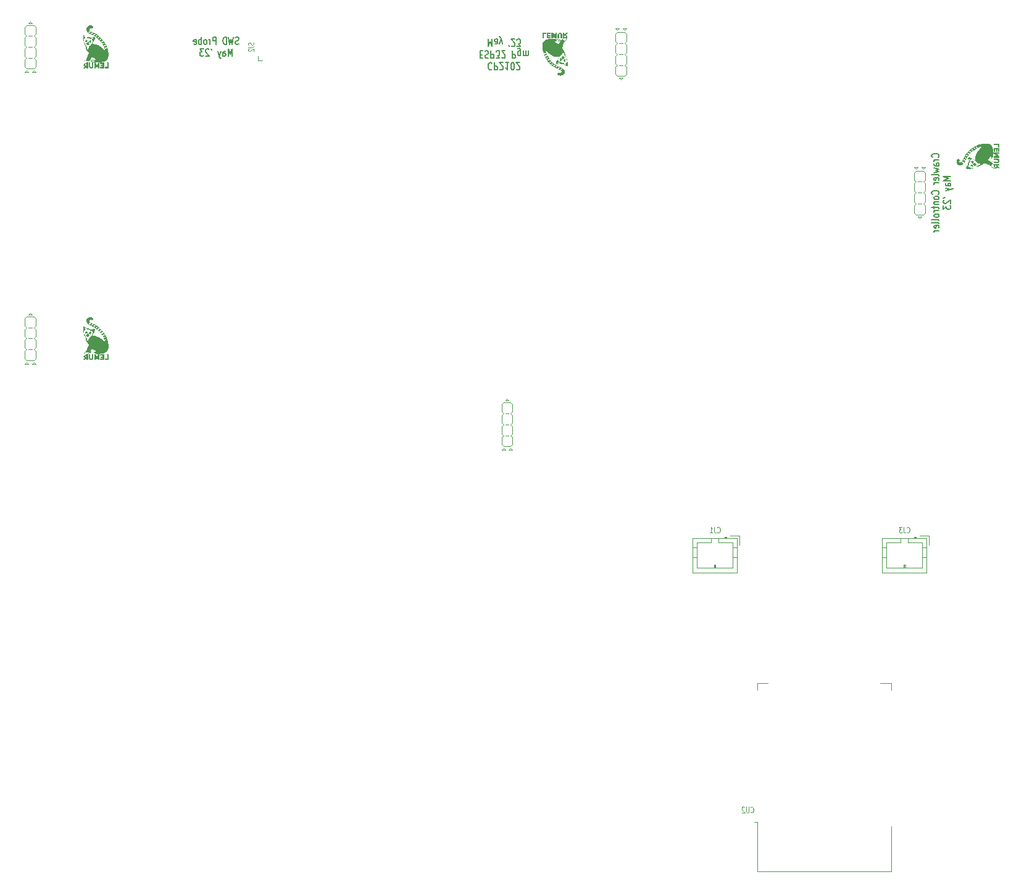
<source format=gbr>
G04 #@! TF.GenerationSoftware,KiCad,Pcbnew,7.0.4-40-g0180cb380f*
G04 #@! TF.CreationDate,2023-05-29T16:48:42-07:00*
G04 #@! TF.ProjectId,SevenSegment,53657665-6e53-4656-976d-656e742e6b69,rev?*
G04 #@! TF.SameCoordinates,Original*
G04 #@! TF.FileFunction,Legend,Bot*
G04 #@! TF.FilePolarity,Positive*
%FSLAX46Y46*%
G04 Gerber Fmt 4.6, Leading zero omitted, Abs format (unit mm)*
G04 Created by KiCad (PCBNEW 7.0.4-40-g0180cb380f) date 2023-05-29 16:48:42*
%MOMM*%
%LPD*%
G01*
G04 APERTURE LIST*
%ADD10C,0.150000*%
%ADD11C,0.100000*%
%ADD12C,0.120000*%
G04 APERTURE END LIST*
D10*
X-99395237Y-64602200D02*
X-99509523Y-64649819D01*
X-99509523Y-64649819D02*
X-99699999Y-64649819D01*
X-99699999Y-64649819D02*
X-99776190Y-64602200D01*
X-99776190Y-64602200D02*
X-99814285Y-64554580D01*
X-99814285Y-64554580D02*
X-99852380Y-64459342D01*
X-99852380Y-64459342D02*
X-99852380Y-64364104D01*
X-99852380Y-64364104D02*
X-99814285Y-64268866D01*
X-99814285Y-64268866D02*
X-99776190Y-64221247D01*
X-99776190Y-64221247D02*
X-99699999Y-64173628D01*
X-99699999Y-64173628D02*
X-99547618Y-64126009D01*
X-99547618Y-64126009D02*
X-99471428Y-64078390D01*
X-99471428Y-64078390D02*
X-99433333Y-64030771D01*
X-99433333Y-64030771D02*
X-99395237Y-63935533D01*
X-99395237Y-63935533D02*
X-99395237Y-63840295D01*
X-99395237Y-63840295D02*
X-99433333Y-63745057D01*
X-99433333Y-63745057D02*
X-99471428Y-63697438D01*
X-99471428Y-63697438D02*
X-99547618Y-63649819D01*
X-99547618Y-63649819D02*
X-99738095Y-63649819D01*
X-99738095Y-63649819D02*
X-99852380Y-63697438D01*
X-100119047Y-63649819D02*
X-100309523Y-64649819D01*
X-100309523Y-64649819D02*
X-100461904Y-63935533D01*
X-100461904Y-63935533D02*
X-100614285Y-64649819D01*
X-100614285Y-64649819D02*
X-100804762Y-63649819D01*
X-101109524Y-64649819D02*
X-101109524Y-63649819D01*
X-101109524Y-63649819D02*
X-101300000Y-63649819D01*
X-101300000Y-63649819D02*
X-101414286Y-63697438D01*
X-101414286Y-63697438D02*
X-101490476Y-63792676D01*
X-101490476Y-63792676D02*
X-101528571Y-63887914D01*
X-101528571Y-63887914D02*
X-101566667Y-64078390D01*
X-101566667Y-64078390D02*
X-101566667Y-64221247D01*
X-101566667Y-64221247D02*
X-101528571Y-64411723D01*
X-101528571Y-64411723D02*
X-101490476Y-64506961D01*
X-101490476Y-64506961D02*
X-101414286Y-64602200D01*
X-101414286Y-64602200D02*
X-101300000Y-64649819D01*
X-101300000Y-64649819D02*
X-101109524Y-64649819D01*
X-102519048Y-64649819D02*
X-102519048Y-63649819D01*
X-102519048Y-63649819D02*
X-102823810Y-63649819D01*
X-102823810Y-63649819D02*
X-102900000Y-63697438D01*
X-102900000Y-63697438D02*
X-102938095Y-63745057D01*
X-102938095Y-63745057D02*
X-102976191Y-63840295D01*
X-102976191Y-63840295D02*
X-102976191Y-63983152D01*
X-102976191Y-63983152D02*
X-102938095Y-64078390D01*
X-102938095Y-64078390D02*
X-102900000Y-64126009D01*
X-102900000Y-64126009D02*
X-102823810Y-64173628D01*
X-102823810Y-64173628D02*
X-102519048Y-64173628D01*
X-103319048Y-64649819D02*
X-103319048Y-63983152D01*
X-103319048Y-64173628D02*
X-103357143Y-64078390D01*
X-103357143Y-64078390D02*
X-103395238Y-64030771D01*
X-103395238Y-64030771D02*
X-103471429Y-63983152D01*
X-103471429Y-63983152D02*
X-103547619Y-63983152D01*
X-103928571Y-64649819D02*
X-103852381Y-64602200D01*
X-103852381Y-64602200D02*
X-103814286Y-64554580D01*
X-103814286Y-64554580D02*
X-103776190Y-64459342D01*
X-103776190Y-64459342D02*
X-103776190Y-64173628D01*
X-103776190Y-64173628D02*
X-103814286Y-64078390D01*
X-103814286Y-64078390D02*
X-103852381Y-64030771D01*
X-103852381Y-64030771D02*
X-103928571Y-63983152D01*
X-103928571Y-63983152D02*
X-104042857Y-63983152D01*
X-104042857Y-63983152D02*
X-104119048Y-64030771D01*
X-104119048Y-64030771D02*
X-104157143Y-64078390D01*
X-104157143Y-64078390D02*
X-104195238Y-64173628D01*
X-104195238Y-64173628D02*
X-104195238Y-64459342D01*
X-104195238Y-64459342D02*
X-104157143Y-64554580D01*
X-104157143Y-64554580D02*
X-104119048Y-64602200D01*
X-104119048Y-64602200D02*
X-104042857Y-64649819D01*
X-104042857Y-64649819D02*
X-103928571Y-64649819D01*
X-104538096Y-64649819D02*
X-104538096Y-63649819D01*
X-104538096Y-64030771D02*
X-104614286Y-63983152D01*
X-104614286Y-63983152D02*
X-104766667Y-63983152D01*
X-104766667Y-63983152D02*
X-104842858Y-64030771D01*
X-104842858Y-64030771D02*
X-104880953Y-64078390D01*
X-104880953Y-64078390D02*
X-104919048Y-64173628D01*
X-104919048Y-64173628D02*
X-104919048Y-64459342D01*
X-104919048Y-64459342D02*
X-104880953Y-64554580D01*
X-104880953Y-64554580D02*
X-104842858Y-64602200D01*
X-104842858Y-64602200D02*
X-104766667Y-64649819D01*
X-104766667Y-64649819D02*
X-104614286Y-64649819D01*
X-104614286Y-64649819D02*
X-104538096Y-64602200D01*
X-105566668Y-64602200D02*
X-105490477Y-64649819D01*
X-105490477Y-64649819D02*
X-105338096Y-64649819D01*
X-105338096Y-64649819D02*
X-105261906Y-64602200D01*
X-105261906Y-64602200D02*
X-105223810Y-64506961D01*
X-105223810Y-64506961D02*
X-105223810Y-64126009D01*
X-105223810Y-64126009D02*
X-105261906Y-64030771D01*
X-105261906Y-64030771D02*
X-105338096Y-63983152D01*
X-105338096Y-63983152D02*
X-105490477Y-63983152D01*
X-105490477Y-63983152D02*
X-105566668Y-64030771D01*
X-105566668Y-64030771D02*
X-105604763Y-64126009D01*
X-105604763Y-64126009D02*
X-105604763Y-64221247D01*
X-105604763Y-64221247D02*
X-105223810Y-64316485D01*
X-100309523Y-66259819D02*
X-100309523Y-65259819D01*
X-100309523Y-65259819D02*
X-100576189Y-65974104D01*
X-100576189Y-65974104D02*
X-100842856Y-65259819D01*
X-100842856Y-65259819D02*
X-100842856Y-66259819D01*
X-101566666Y-66259819D02*
X-101566666Y-65736009D01*
X-101566666Y-65736009D02*
X-101528571Y-65640771D01*
X-101528571Y-65640771D02*
X-101452380Y-65593152D01*
X-101452380Y-65593152D02*
X-101299999Y-65593152D01*
X-101299999Y-65593152D02*
X-101223809Y-65640771D01*
X-101566666Y-66212200D02*
X-101490475Y-66259819D01*
X-101490475Y-66259819D02*
X-101299999Y-66259819D01*
X-101299999Y-66259819D02*
X-101223809Y-66212200D01*
X-101223809Y-66212200D02*
X-101185713Y-66116961D01*
X-101185713Y-66116961D02*
X-101185713Y-66021723D01*
X-101185713Y-66021723D02*
X-101223809Y-65926485D01*
X-101223809Y-65926485D02*
X-101299999Y-65878866D01*
X-101299999Y-65878866D02*
X-101490475Y-65878866D01*
X-101490475Y-65878866D02*
X-101566666Y-65831247D01*
X-101871428Y-65593152D02*
X-102061904Y-66259819D01*
X-102252381Y-65593152D02*
X-102061904Y-66259819D01*
X-102061904Y-66259819D02*
X-101985714Y-66497914D01*
X-101985714Y-66497914D02*
X-101947619Y-66545533D01*
X-101947619Y-66545533D02*
X-101871428Y-66593152D01*
X-103204762Y-65259819D02*
X-103128571Y-65450295D01*
X-103509523Y-65355057D02*
X-103547619Y-65307438D01*
X-103547619Y-65307438D02*
X-103623809Y-65259819D01*
X-103623809Y-65259819D02*
X-103814285Y-65259819D01*
X-103814285Y-65259819D02*
X-103890476Y-65307438D01*
X-103890476Y-65307438D02*
X-103928571Y-65355057D01*
X-103928571Y-65355057D02*
X-103966666Y-65450295D01*
X-103966666Y-65450295D02*
X-103966666Y-65545533D01*
X-103966666Y-65545533D02*
X-103928571Y-65688390D01*
X-103928571Y-65688390D02*
X-103471428Y-66259819D01*
X-103471428Y-66259819D02*
X-103966666Y-66259819D01*
X-104233333Y-65259819D02*
X-104728571Y-65259819D01*
X-104728571Y-65259819D02*
X-104461905Y-65640771D01*
X-104461905Y-65640771D02*
X-104576190Y-65640771D01*
X-104576190Y-65640771D02*
X-104652381Y-65688390D01*
X-104652381Y-65688390D02*
X-104690476Y-65736009D01*
X-104690476Y-65736009D02*
X-104728571Y-65831247D01*
X-104728571Y-65831247D02*
X-104728571Y-66069342D01*
X-104728571Y-66069342D02*
X-104690476Y-66164580D01*
X-104690476Y-66164580D02*
X-104652381Y-66212200D01*
X-104652381Y-66212200D02*
X-104576190Y-66259819D01*
X-104576190Y-66259819D02*
X-104347619Y-66259819D01*
X-104347619Y-66259819D02*
X-104271428Y-66212200D01*
X-104271428Y-66212200D02*
X-104233333Y-66164580D01*
X-64676190Y-67250419D02*
X-64714286Y-67202800D01*
X-64714286Y-67202800D02*
X-64828571Y-67155180D01*
X-64828571Y-67155180D02*
X-64904762Y-67155180D01*
X-64904762Y-67155180D02*
X-65019048Y-67202800D01*
X-65019048Y-67202800D02*
X-65095238Y-67298038D01*
X-65095238Y-67298038D02*
X-65133333Y-67393276D01*
X-65133333Y-67393276D02*
X-65171429Y-67583752D01*
X-65171429Y-67583752D02*
X-65171429Y-67726609D01*
X-65171429Y-67726609D02*
X-65133333Y-67917085D01*
X-65133333Y-67917085D02*
X-65095238Y-68012323D01*
X-65095238Y-68012323D02*
X-65019048Y-68107561D01*
X-65019048Y-68107561D02*
X-64904762Y-68155180D01*
X-64904762Y-68155180D02*
X-64828571Y-68155180D01*
X-64828571Y-68155180D02*
X-64714286Y-68107561D01*
X-64714286Y-68107561D02*
X-64676190Y-68059942D01*
X-64333333Y-67155180D02*
X-64333333Y-68155180D01*
X-64333333Y-68155180D02*
X-64028571Y-68155180D01*
X-64028571Y-68155180D02*
X-63952381Y-68107561D01*
X-63952381Y-68107561D02*
X-63914286Y-68059942D01*
X-63914286Y-68059942D02*
X-63876190Y-67964704D01*
X-63876190Y-67964704D02*
X-63876190Y-67821847D01*
X-63876190Y-67821847D02*
X-63914286Y-67726609D01*
X-63914286Y-67726609D02*
X-63952381Y-67678990D01*
X-63952381Y-67678990D02*
X-64028571Y-67631371D01*
X-64028571Y-67631371D02*
X-64333333Y-67631371D01*
X-63571429Y-68059942D02*
X-63533333Y-68107561D01*
X-63533333Y-68107561D02*
X-63457143Y-68155180D01*
X-63457143Y-68155180D02*
X-63266667Y-68155180D01*
X-63266667Y-68155180D02*
X-63190476Y-68107561D01*
X-63190476Y-68107561D02*
X-63152381Y-68059942D01*
X-63152381Y-68059942D02*
X-63114286Y-67964704D01*
X-63114286Y-67964704D02*
X-63114286Y-67869466D01*
X-63114286Y-67869466D02*
X-63152381Y-67726609D01*
X-63152381Y-67726609D02*
X-63609524Y-67155180D01*
X-63609524Y-67155180D02*
X-63114286Y-67155180D01*
X-62352381Y-67155180D02*
X-62809524Y-67155180D01*
X-62580952Y-67155180D02*
X-62580952Y-68155180D01*
X-62580952Y-68155180D02*
X-62657143Y-68012323D01*
X-62657143Y-68012323D02*
X-62733333Y-67917085D01*
X-62733333Y-67917085D02*
X-62809524Y-67869466D01*
X-61857142Y-68155180D02*
X-61780952Y-68155180D01*
X-61780952Y-68155180D02*
X-61704761Y-68107561D01*
X-61704761Y-68107561D02*
X-61666666Y-68059942D01*
X-61666666Y-68059942D02*
X-61628571Y-67964704D01*
X-61628571Y-67964704D02*
X-61590476Y-67774228D01*
X-61590476Y-67774228D02*
X-61590476Y-67536133D01*
X-61590476Y-67536133D02*
X-61628571Y-67345657D01*
X-61628571Y-67345657D02*
X-61666666Y-67250419D01*
X-61666666Y-67250419D02*
X-61704761Y-67202800D01*
X-61704761Y-67202800D02*
X-61780952Y-67155180D01*
X-61780952Y-67155180D02*
X-61857142Y-67155180D01*
X-61857142Y-67155180D02*
X-61933333Y-67202800D01*
X-61933333Y-67202800D02*
X-61971428Y-67250419D01*
X-61971428Y-67250419D02*
X-62009523Y-67345657D01*
X-62009523Y-67345657D02*
X-62047619Y-67536133D01*
X-62047619Y-67536133D02*
X-62047619Y-67774228D01*
X-62047619Y-67774228D02*
X-62009523Y-67964704D01*
X-62009523Y-67964704D02*
X-61971428Y-68059942D01*
X-61971428Y-68059942D02*
X-61933333Y-68107561D01*
X-61933333Y-68107561D02*
X-61857142Y-68155180D01*
X-61285714Y-68059942D02*
X-61247618Y-68107561D01*
X-61247618Y-68107561D02*
X-61171428Y-68155180D01*
X-61171428Y-68155180D02*
X-60980952Y-68155180D01*
X-60980952Y-68155180D02*
X-60904761Y-68107561D01*
X-60904761Y-68107561D02*
X-60866666Y-68059942D01*
X-60866666Y-68059942D02*
X-60828571Y-67964704D01*
X-60828571Y-67964704D02*
X-60828571Y-67869466D01*
X-60828571Y-67869466D02*
X-60866666Y-67726609D01*
X-60866666Y-67726609D02*
X-61323809Y-67155180D01*
X-61323809Y-67155180D02*
X-60828571Y-67155180D01*
X-66314286Y-66068990D02*
X-66047620Y-66068990D01*
X-65933334Y-65545180D02*
X-66314286Y-65545180D01*
X-66314286Y-65545180D02*
X-66314286Y-66545180D01*
X-66314286Y-66545180D02*
X-65933334Y-66545180D01*
X-65628572Y-65592800D02*
X-65514286Y-65545180D01*
X-65514286Y-65545180D02*
X-65323810Y-65545180D01*
X-65323810Y-65545180D02*
X-65247619Y-65592800D01*
X-65247619Y-65592800D02*
X-65209524Y-65640419D01*
X-65209524Y-65640419D02*
X-65171429Y-65735657D01*
X-65171429Y-65735657D02*
X-65171429Y-65830895D01*
X-65171429Y-65830895D02*
X-65209524Y-65926133D01*
X-65209524Y-65926133D02*
X-65247619Y-65973752D01*
X-65247619Y-65973752D02*
X-65323810Y-66021371D01*
X-65323810Y-66021371D02*
X-65476191Y-66068990D01*
X-65476191Y-66068990D02*
X-65552381Y-66116609D01*
X-65552381Y-66116609D02*
X-65590476Y-66164228D01*
X-65590476Y-66164228D02*
X-65628572Y-66259466D01*
X-65628572Y-66259466D02*
X-65628572Y-66354704D01*
X-65628572Y-66354704D02*
X-65590476Y-66449942D01*
X-65590476Y-66449942D02*
X-65552381Y-66497561D01*
X-65552381Y-66497561D02*
X-65476191Y-66545180D01*
X-65476191Y-66545180D02*
X-65285714Y-66545180D01*
X-65285714Y-66545180D02*
X-65171429Y-66497561D01*
X-64828571Y-65545180D02*
X-64828571Y-66545180D01*
X-64828571Y-66545180D02*
X-64523809Y-66545180D01*
X-64523809Y-66545180D02*
X-64447619Y-66497561D01*
X-64447619Y-66497561D02*
X-64409524Y-66449942D01*
X-64409524Y-66449942D02*
X-64371428Y-66354704D01*
X-64371428Y-66354704D02*
X-64371428Y-66211847D01*
X-64371428Y-66211847D02*
X-64409524Y-66116609D01*
X-64409524Y-66116609D02*
X-64447619Y-66068990D01*
X-64447619Y-66068990D02*
X-64523809Y-66021371D01*
X-64523809Y-66021371D02*
X-64828571Y-66021371D01*
X-64104762Y-66545180D02*
X-63609524Y-66545180D01*
X-63609524Y-66545180D02*
X-63876190Y-66164228D01*
X-63876190Y-66164228D02*
X-63761905Y-66164228D01*
X-63761905Y-66164228D02*
X-63685714Y-66116609D01*
X-63685714Y-66116609D02*
X-63647619Y-66068990D01*
X-63647619Y-66068990D02*
X-63609524Y-65973752D01*
X-63609524Y-65973752D02*
X-63609524Y-65735657D01*
X-63609524Y-65735657D02*
X-63647619Y-65640419D01*
X-63647619Y-65640419D02*
X-63685714Y-65592800D01*
X-63685714Y-65592800D02*
X-63761905Y-65545180D01*
X-63761905Y-65545180D02*
X-63990476Y-65545180D01*
X-63990476Y-65545180D02*
X-64066667Y-65592800D01*
X-64066667Y-65592800D02*
X-64104762Y-65640419D01*
X-63304762Y-66449942D02*
X-63266666Y-66497561D01*
X-63266666Y-66497561D02*
X-63190476Y-66545180D01*
X-63190476Y-66545180D02*
X-63000000Y-66545180D01*
X-63000000Y-66545180D02*
X-62923809Y-66497561D01*
X-62923809Y-66497561D02*
X-62885714Y-66449942D01*
X-62885714Y-66449942D02*
X-62847619Y-66354704D01*
X-62847619Y-66354704D02*
X-62847619Y-66259466D01*
X-62847619Y-66259466D02*
X-62885714Y-66116609D01*
X-62885714Y-66116609D02*
X-63342857Y-65545180D01*
X-63342857Y-65545180D02*
X-62847619Y-65545180D01*
X-61895237Y-65545180D02*
X-61895237Y-66545180D01*
X-61895237Y-66545180D02*
X-61590475Y-66545180D01*
X-61590475Y-66545180D02*
X-61514285Y-66497561D01*
X-61514285Y-66497561D02*
X-61476190Y-66449942D01*
X-61476190Y-66449942D02*
X-61438094Y-66354704D01*
X-61438094Y-66354704D02*
X-61438094Y-66211847D01*
X-61438094Y-66211847D02*
X-61476190Y-66116609D01*
X-61476190Y-66116609D02*
X-61514285Y-66068990D01*
X-61514285Y-66068990D02*
X-61590475Y-66021371D01*
X-61590475Y-66021371D02*
X-61895237Y-66021371D01*
X-60752380Y-66211847D02*
X-60752380Y-65402323D01*
X-60752380Y-65402323D02*
X-60790475Y-65307085D01*
X-60790475Y-65307085D02*
X-60828571Y-65259466D01*
X-60828571Y-65259466D02*
X-60904761Y-65211847D01*
X-60904761Y-65211847D02*
X-61019047Y-65211847D01*
X-61019047Y-65211847D02*
X-61095237Y-65259466D01*
X-60752380Y-65592800D02*
X-60828571Y-65545180D01*
X-60828571Y-65545180D02*
X-60980952Y-65545180D01*
X-60980952Y-65545180D02*
X-61057142Y-65592800D01*
X-61057142Y-65592800D02*
X-61095237Y-65640419D01*
X-61095237Y-65640419D02*
X-61133333Y-65735657D01*
X-61133333Y-65735657D02*
X-61133333Y-66021371D01*
X-61133333Y-66021371D02*
X-61095237Y-66116609D01*
X-61095237Y-66116609D02*
X-61057142Y-66164228D01*
X-61057142Y-66164228D02*
X-60980952Y-66211847D01*
X-60980952Y-66211847D02*
X-60828571Y-66211847D01*
X-60828571Y-66211847D02*
X-60752380Y-66164228D01*
X-60371427Y-65545180D02*
X-60371427Y-66211847D01*
X-60371427Y-66116609D02*
X-60333332Y-66164228D01*
X-60333332Y-66164228D02*
X-60257142Y-66211847D01*
X-60257142Y-66211847D02*
X-60142856Y-66211847D01*
X-60142856Y-66211847D02*
X-60066665Y-66164228D01*
X-60066665Y-66164228D02*
X-60028570Y-66068990D01*
X-60028570Y-66068990D02*
X-60028570Y-65545180D01*
X-60028570Y-66068990D02*
X-59990475Y-66164228D01*
X-59990475Y-66164228D02*
X-59914284Y-66211847D01*
X-59914284Y-66211847D02*
X-59799999Y-66211847D01*
X-59799999Y-66211847D02*
X-59723808Y-66164228D01*
X-59723808Y-66164228D02*
X-59685713Y-66068990D01*
X-59685713Y-66068990D02*
X-59685713Y-65545180D01*
X-65190476Y-63935180D02*
X-65190476Y-64935180D01*
X-65190476Y-64935180D02*
X-64923810Y-64220895D01*
X-64923810Y-64220895D02*
X-64657143Y-64935180D01*
X-64657143Y-64935180D02*
X-64657143Y-63935180D01*
X-63933333Y-63935180D02*
X-63933333Y-64458990D01*
X-63933333Y-64458990D02*
X-63971428Y-64554228D01*
X-63971428Y-64554228D02*
X-64047619Y-64601847D01*
X-64047619Y-64601847D02*
X-64200000Y-64601847D01*
X-64200000Y-64601847D02*
X-64276190Y-64554228D01*
X-63933333Y-63982800D02*
X-64009524Y-63935180D01*
X-64009524Y-63935180D02*
X-64200000Y-63935180D01*
X-64200000Y-63935180D02*
X-64276190Y-63982800D01*
X-64276190Y-63982800D02*
X-64314286Y-64078038D01*
X-64314286Y-64078038D02*
X-64314286Y-64173276D01*
X-64314286Y-64173276D02*
X-64276190Y-64268514D01*
X-64276190Y-64268514D02*
X-64200000Y-64316133D01*
X-64200000Y-64316133D02*
X-64009524Y-64316133D01*
X-64009524Y-64316133D02*
X-63933333Y-64363752D01*
X-63628571Y-64601847D02*
X-63438095Y-63935180D01*
X-63247618Y-64601847D02*
X-63438095Y-63935180D01*
X-63438095Y-63935180D02*
X-63514285Y-63697085D01*
X-63514285Y-63697085D02*
X-63552380Y-63649466D01*
X-63552380Y-63649466D02*
X-63628571Y-63601847D01*
X-62295237Y-64935180D02*
X-62371428Y-64744704D01*
X-61990476Y-64839942D02*
X-61952380Y-64887561D01*
X-61952380Y-64887561D02*
X-61876190Y-64935180D01*
X-61876190Y-64935180D02*
X-61685714Y-64935180D01*
X-61685714Y-64935180D02*
X-61609523Y-64887561D01*
X-61609523Y-64887561D02*
X-61571428Y-64839942D01*
X-61571428Y-64839942D02*
X-61533333Y-64744704D01*
X-61533333Y-64744704D02*
X-61533333Y-64649466D01*
X-61533333Y-64649466D02*
X-61571428Y-64506609D01*
X-61571428Y-64506609D02*
X-62028571Y-63935180D01*
X-62028571Y-63935180D02*
X-61533333Y-63935180D01*
X-61266666Y-64935180D02*
X-60771428Y-64935180D01*
X-60771428Y-64935180D02*
X-61038094Y-64554228D01*
X-61038094Y-64554228D02*
X-60923809Y-64554228D01*
X-60923809Y-64554228D02*
X-60847618Y-64506609D01*
X-60847618Y-64506609D02*
X-60809523Y-64458990D01*
X-60809523Y-64458990D02*
X-60771428Y-64363752D01*
X-60771428Y-64363752D02*
X-60771428Y-64125657D01*
X-60771428Y-64125657D02*
X-60809523Y-64030419D01*
X-60809523Y-64030419D02*
X-60847618Y-63982800D01*
X-60847618Y-63982800D02*
X-60923809Y-63935180D01*
X-60923809Y-63935180D02*
X-61152380Y-63935180D01*
X-61152380Y-63935180D02*
X-61228571Y-63982800D01*
X-61228571Y-63982800D02*
X-61266666Y-64030419D01*
X-3445419Y-80142856D02*
X-3397800Y-80104760D01*
X-3397800Y-80104760D02*
X-3350180Y-79990475D01*
X-3350180Y-79990475D02*
X-3350180Y-79914284D01*
X-3350180Y-79914284D02*
X-3397800Y-79799998D01*
X-3397800Y-79799998D02*
X-3493038Y-79723808D01*
X-3493038Y-79723808D02*
X-3588276Y-79685713D01*
X-3588276Y-79685713D02*
X-3778752Y-79647617D01*
X-3778752Y-79647617D02*
X-3921609Y-79647617D01*
X-3921609Y-79647617D02*
X-4112085Y-79685713D01*
X-4112085Y-79685713D02*
X-4207323Y-79723808D01*
X-4207323Y-79723808D02*
X-4302561Y-79799998D01*
X-4302561Y-79799998D02*
X-4350180Y-79914284D01*
X-4350180Y-79914284D02*
X-4350180Y-79990475D01*
X-4350180Y-79990475D02*
X-4302561Y-80104760D01*
X-4302561Y-80104760D02*
X-4254942Y-80142856D01*
X-3350180Y-80485713D02*
X-4016847Y-80485713D01*
X-3826371Y-80485713D02*
X-3921609Y-80523808D01*
X-3921609Y-80523808D02*
X-3969228Y-80561903D01*
X-3969228Y-80561903D02*
X-4016847Y-80638094D01*
X-4016847Y-80638094D02*
X-4016847Y-80714284D01*
X-3350180Y-81323808D02*
X-3873990Y-81323808D01*
X-3873990Y-81323808D02*
X-3969228Y-81285713D01*
X-3969228Y-81285713D02*
X-4016847Y-81209522D01*
X-4016847Y-81209522D02*
X-4016847Y-81057141D01*
X-4016847Y-81057141D02*
X-3969228Y-80980951D01*
X-3397800Y-81323808D02*
X-3350180Y-81247617D01*
X-3350180Y-81247617D02*
X-3350180Y-81057141D01*
X-3350180Y-81057141D02*
X-3397800Y-80980951D01*
X-3397800Y-80980951D02*
X-3493038Y-80942855D01*
X-3493038Y-80942855D02*
X-3588276Y-80942855D01*
X-3588276Y-80942855D02*
X-3683514Y-80980951D01*
X-3683514Y-80980951D02*
X-3731133Y-81057141D01*
X-3731133Y-81057141D02*
X-3731133Y-81247617D01*
X-3731133Y-81247617D02*
X-3778752Y-81323808D01*
X-4016847Y-81628570D02*
X-3350180Y-81780951D01*
X-3350180Y-81780951D02*
X-3826371Y-81933332D01*
X-3826371Y-81933332D02*
X-3350180Y-82085713D01*
X-3350180Y-82085713D02*
X-4016847Y-82238094D01*
X-3350180Y-82657141D02*
X-3397800Y-82580951D01*
X-3397800Y-82580951D02*
X-3493038Y-82542856D01*
X-3493038Y-82542856D02*
X-4350180Y-82542856D01*
X-3397800Y-83266666D02*
X-3350180Y-83190475D01*
X-3350180Y-83190475D02*
X-3350180Y-83038094D01*
X-3350180Y-83038094D02*
X-3397800Y-82961904D01*
X-3397800Y-82961904D02*
X-3493038Y-82923808D01*
X-3493038Y-82923808D02*
X-3873990Y-82923808D01*
X-3873990Y-82923808D02*
X-3969228Y-82961904D01*
X-3969228Y-82961904D02*
X-4016847Y-83038094D01*
X-4016847Y-83038094D02*
X-4016847Y-83190475D01*
X-4016847Y-83190475D02*
X-3969228Y-83266666D01*
X-3969228Y-83266666D02*
X-3873990Y-83304761D01*
X-3873990Y-83304761D02*
X-3778752Y-83304761D01*
X-3778752Y-83304761D02*
X-3683514Y-82923808D01*
X-3350180Y-83647618D02*
X-4016847Y-83647618D01*
X-3826371Y-83647618D02*
X-3921609Y-83685713D01*
X-3921609Y-83685713D02*
X-3969228Y-83723808D01*
X-3969228Y-83723808D02*
X-4016847Y-83799999D01*
X-4016847Y-83799999D02*
X-4016847Y-83876189D01*
X-3445419Y-85209523D02*
X-3397800Y-85171427D01*
X-3397800Y-85171427D02*
X-3350180Y-85057142D01*
X-3350180Y-85057142D02*
X-3350180Y-84980951D01*
X-3350180Y-84980951D02*
X-3397800Y-84866665D01*
X-3397800Y-84866665D02*
X-3493038Y-84790475D01*
X-3493038Y-84790475D02*
X-3588276Y-84752380D01*
X-3588276Y-84752380D02*
X-3778752Y-84714284D01*
X-3778752Y-84714284D02*
X-3921609Y-84714284D01*
X-3921609Y-84714284D02*
X-4112085Y-84752380D01*
X-4112085Y-84752380D02*
X-4207323Y-84790475D01*
X-4207323Y-84790475D02*
X-4302561Y-84866665D01*
X-4302561Y-84866665D02*
X-4350180Y-84980951D01*
X-4350180Y-84980951D02*
X-4350180Y-85057142D01*
X-4350180Y-85057142D02*
X-4302561Y-85171427D01*
X-4302561Y-85171427D02*
X-4254942Y-85209523D01*
X-3350180Y-85666665D02*
X-3397800Y-85590475D01*
X-3397800Y-85590475D02*
X-3445419Y-85552380D01*
X-3445419Y-85552380D02*
X-3540657Y-85514284D01*
X-3540657Y-85514284D02*
X-3826371Y-85514284D01*
X-3826371Y-85514284D02*
X-3921609Y-85552380D01*
X-3921609Y-85552380D02*
X-3969228Y-85590475D01*
X-3969228Y-85590475D02*
X-4016847Y-85666665D01*
X-4016847Y-85666665D02*
X-4016847Y-85780951D01*
X-4016847Y-85780951D02*
X-3969228Y-85857142D01*
X-3969228Y-85857142D02*
X-3921609Y-85895237D01*
X-3921609Y-85895237D02*
X-3826371Y-85933332D01*
X-3826371Y-85933332D02*
X-3540657Y-85933332D01*
X-3540657Y-85933332D02*
X-3445419Y-85895237D01*
X-3445419Y-85895237D02*
X-3397800Y-85857142D01*
X-3397800Y-85857142D02*
X-3350180Y-85780951D01*
X-3350180Y-85780951D02*
X-3350180Y-85666665D01*
X-4016847Y-86276190D02*
X-3350180Y-86276190D01*
X-3921609Y-86276190D02*
X-3969228Y-86314285D01*
X-3969228Y-86314285D02*
X-4016847Y-86390475D01*
X-4016847Y-86390475D02*
X-4016847Y-86504761D01*
X-4016847Y-86504761D02*
X-3969228Y-86580952D01*
X-3969228Y-86580952D02*
X-3873990Y-86619047D01*
X-3873990Y-86619047D02*
X-3350180Y-86619047D01*
X-4016847Y-86885714D02*
X-4016847Y-87190476D01*
X-4350180Y-87000000D02*
X-3493038Y-87000000D01*
X-3493038Y-87000000D02*
X-3397800Y-87038095D01*
X-3397800Y-87038095D02*
X-3350180Y-87114285D01*
X-3350180Y-87114285D02*
X-3350180Y-87190476D01*
X-3350180Y-87457143D02*
X-4016847Y-87457143D01*
X-3826371Y-87457143D02*
X-3921609Y-87495238D01*
X-3921609Y-87495238D02*
X-3969228Y-87533333D01*
X-3969228Y-87533333D02*
X-4016847Y-87609524D01*
X-4016847Y-87609524D02*
X-4016847Y-87685714D01*
X-3350180Y-88066666D02*
X-3397800Y-87990476D01*
X-3397800Y-87990476D02*
X-3445419Y-87952381D01*
X-3445419Y-87952381D02*
X-3540657Y-87914285D01*
X-3540657Y-87914285D02*
X-3826371Y-87914285D01*
X-3826371Y-87914285D02*
X-3921609Y-87952381D01*
X-3921609Y-87952381D02*
X-3969228Y-87990476D01*
X-3969228Y-87990476D02*
X-4016847Y-88066666D01*
X-4016847Y-88066666D02*
X-4016847Y-88180952D01*
X-4016847Y-88180952D02*
X-3969228Y-88257143D01*
X-3969228Y-88257143D02*
X-3921609Y-88295238D01*
X-3921609Y-88295238D02*
X-3826371Y-88333333D01*
X-3826371Y-88333333D02*
X-3540657Y-88333333D01*
X-3540657Y-88333333D02*
X-3445419Y-88295238D01*
X-3445419Y-88295238D02*
X-3397800Y-88257143D01*
X-3397800Y-88257143D02*
X-3350180Y-88180952D01*
X-3350180Y-88180952D02*
X-3350180Y-88066666D01*
X-3350180Y-88790476D02*
X-3397800Y-88714286D01*
X-3397800Y-88714286D02*
X-3493038Y-88676191D01*
X-3493038Y-88676191D02*
X-4350180Y-88676191D01*
X-3350180Y-89209524D02*
X-3397800Y-89133334D01*
X-3397800Y-89133334D02*
X-3493038Y-89095239D01*
X-3493038Y-89095239D02*
X-4350180Y-89095239D01*
X-3397800Y-89819049D02*
X-3350180Y-89742858D01*
X-3350180Y-89742858D02*
X-3350180Y-89590477D01*
X-3350180Y-89590477D02*
X-3397800Y-89514287D01*
X-3397800Y-89514287D02*
X-3493038Y-89476191D01*
X-3493038Y-89476191D02*
X-3873990Y-89476191D01*
X-3873990Y-89476191D02*
X-3969228Y-89514287D01*
X-3969228Y-89514287D02*
X-4016847Y-89590477D01*
X-4016847Y-89590477D02*
X-4016847Y-89742858D01*
X-4016847Y-89742858D02*
X-3969228Y-89819049D01*
X-3969228Y-89819049D02*
X-3873990Y-89857144D01*
X-3873990Y-89857144D02*
X-3778752Y-89857144D01*
X-3778752Y-89857144D02*
X-3683514Y-89476191D01*
X-3350180Y-90200001D02*
X-4016847Y-90200001D01*
X-3826371Y-90200001D02*
X-3921609Y-90238096D01*
X-3921609Y-90238096D02*
X-3969228Y-90276191D01*
X-3969228Y-90276191D02*
X-4016847Y-90352382D01*
X-4016847Y-90352382D02*
X-4016847Y-90428572D01*
X-1740180Y-82809523D02*
X-2740180Y-82809523D01*
X-2740180Y-82809523D02*
X-2025895Y-83076189D01*
X-2025895Y-83076189D02*
X-2740180Y-83342856D01*
X-2740180Y-83342856D02*
X-1740180Y-83342856D01*
X-1740180Y-84066666D02*
X-2263990Y-84066666D01*
X-2263990Y-84066666D02*
X-2359228Y-84028571D01*
X-2359228Y-84028571D02*
X-2406847Y-83952380D01*
X-2406847Y-83952380D02*
X-2406847Y-83799999D01*
X-2406847Y-83799999D02*
X-2359228Y-83723809D01*
X-1787800Y-84066666D02*
X-1740180Y-83990475D01*
X-1740180Y-83990475D02*
X-1740180Y-83799999D01*
X-1740180Y-83799999D02*
X-1787800Y-83723809D01*
X-1787800Y-83723809D02*
X-1883038Y-83685713D01*
X-1883038Y-83685713D02*
X-1978276Y-83685713D01*
X-1978276Y-83685713D02*
X-2073514Y-83723809D01*
X-2073514Y-83723809D02*
X-2121133Y-83799999D01*
X-2121133Y-83799999D02*
X-2121133Y-83990475D01*
X-2121133Y-83990475D02*
X-2168752Y-84066666D01*
X-2406847Y-84371428D02*
X-1740180Y-84561904D01*
X-2406847Y-84752381D02*
X-1740180Y-84561904D01*
X-1740180Y-84561904D02*
X-1502085Y-84485714D01*
X-1502085Y-84485714D02*
X-1454466Y-84447619D01*
X-1454466Y-84447619D02*
X-1406847Y-84371428D01*
X-2740180Y-85704762D02*
X-2549704Y-85628571D01*
X-2644942Y-86009523D02*
X-2692561Y-86047619D01*
X-2692561Y-86047619D02*
X-2740180Y-86123809D01*
X-2740180Y-86123809D02*
X-2740180Y-86314285D01*
X-2740180Y-86314285D02*
X-2692561Y-86390476D01*
X-2692561Y-86390476D02*
X-2644942Y-86428571D01*
X-2644942Y-86428571D02*
X-2549704Y-86466666D01*
X-2549704Y-86466666D02*
X-2454466Y-86466666D01*
X-2454466Y-86466666D02*
X-2311609Y-86428571D01*
X-2311609Y-86428571D02*
X-1740180Y-85971428D01*
X-1740180Y-85971428D02*
X-1740180Y-86466666D01*
X-2740180Y-86733333D02*
X-2740180Y-87228571D01*
X-2740180Y-87228571D02*
X-2359228Y-86961905D01*
X-2359228Y-86961905D02*
X-2359228Y-87076190D01*
X-2359228Y-87076190D02*
X-2311609Y-87152381D01*
X-2311609Y-87152381D02*
X-2263990Y-87190476D01*
X-2263990Y-87190476D02*
X-2168752Y-87228571D01*
X-2168752Y-87228571D02*
X-1930657Y-87228571D01*
X-1930657Y-87228571D02*
X-1835419Y-87190476D01*
X-1835419Y-87190476D02*
X-1787800Y-87152381D01*
X-1787800Y-87152381D02*
X-1740180Y-87076190D01*
X-1740180Y-87076190D02*
X-1740180Y-86847619D01*
X-1740180Y-86847619D02*
X-1787800Y-86771428D01*
X-1787800Y-86771428D02*
X-1835419Y-86733333D01*
D11*
X-7751428Y-131588704D02*
X-7722856Y-131626800D01*
X-7722856Y-131626800D02*
X-7637142Y-131664895D01*
X-7637142Y-131664895D02*
X-7579999Y-131664895D01*
X-7579999Y-131664895D02*
X-7494285Y-131626800D01*
X-7494285Y-131626800D02*
X-7437142Y-131550609D01*
X-7437142Y-131550609D02*
X-7408571Y-131474419D01*
X-7408571Y-131474419D02*
X-7379999Y-131322038D01*
X-7379999Y-131322038D02*
X-7379999Y-131207752D01*
X-7379999Y-131207752D02*
X-7408571Y-131055371D01*
X-7408571Y-131055371D02*
X-7437142Y-130979180D01*
X-7437142Y-130979180D02*
X-7494285Y-130902990D01*
X-7494285Y-130902990D02*
X-7579999Y-130864895D01*
X-7579999Y-130864895D02*
X-7637142Y-130864895D01*
X-7637142Y-130864895D02*
X-7722856Y-130902990D01*
X-7722856Y-130902990D02*
X-7751428Y-130941085D01*
X-8179999Y-130864895D02*
X-8179999Y-131436323D01*
X-8179999Y-131436323D02*
X-8151428Y-131550609D01*
X-8151428Y-131550609D02*
X-8094285Y-131626800D01*
X-8094285Y-131626800D02*
X-8008571Y-131664895D01*
X-8008571Y-131664895D02*
X-7951428Y-131664895D01*
X-8408571Y-130864895D02*
X-8779999Y-130864895D01*
X-8779999Y-130864895D02*
X-8579999Y-131169657D01*
X-8579999Y-131169657D02*
X-8665714Y-131169657D01*
X-8665714Y-131169657D02*
X-8722857Y-131207752D01*
X-8722857Y-131207752D02*
X-8751428Y-131245847D01*
X-8751428Y-131245847D02*
X-8779999Y-131322038D01*
X-8779999Y-131322038D02*
X-8779999Y-131512514D01*
X-8779999Y-131512514D02*
X-8751428Y-131588704D01*
X-8751428Y-131588704D02*
X-8722857Y-131626800D01*
X-8722857Y-131626800D02*
X-8665714Y-131664895D01*
X-8665714Y-131664895D02*
X-8494285Y-131664895D01*
X-8494285Y-131664895D02*
X-8437142Y-131626800D01*
X-8437142Y-131626800D02*
X-8408571Y-131588704D01*
X-33751428Y-131588704D02*
X-33722856Y-131626800D01*
X-33722856Y-131626800D02*
X-33637142Y-131664895D01*
X-33637142Y-131664895D02*
X-33579999Y-131664895D01*
X-33579999Y-131664895D02*
X-33494285Y-131626800D01*
X-33494285Y-131626800D02*
X-33437142Y-131550609D01*
X-33437142Y-131550609D02*
X-33408571Y-131474419D01*
X-33408571Y-131474419D02*
X-33379999Y-131322038D01*
X-33379999Y-131322038D02*
X-33379999Y-131207752D01*
X-33379999Y-131207752D02*
X-33408571Y-131055371D01*
X-33408571Y-131055371D02*
X-33437142Y-130979180D01*
X-33437142Y-130979180D02*
X-33494285Y-130902990D01*
X-33494285Y-130902990D02*
X-33579999Y-130864895D01*
X-33579999Y-130864895D02*
X-33637142Y-130864895D01*
X-33637142Y-130864895D02*
X-33722856Y-130902990D01*
X-33722856Y-130902990D02*
X-33751428Y-130941085D01*
X-34179999Y-130864895D02*
X-34179999Y-131436323D01*
X-34179999Y-131436323D02*
X-34151428Y-131550609D01*
X-34151428Y-131550609D02*
X-34094285Y-131626800D01*
X-34094285Y-131626800D02*
X-34008571Y-131664895D01*
X-34008571Y-131664895D02*
X-33951428Y-131664895D01*
X-34779999Y-131664895D02*
X-34437142Y-131664895D01*
X-34608571Y-131664895D02*
X-34608571Y-130864895D01*
X-34608571Y-130864895D02*
X-34551428Y-130979180D01*
X-34551428Y-130979180D02*
X-34494285Y-131055371D01*
X-34494285Y-131055371D02*
X-34437142Y-131093466D01*
X-29165714Y-169988704D02*
X-29137142Y-170026800D01*
X-29137142Y-170026800D02*
X-29051428Y-170064895D01*
X-29051428Y-170064895D02*
X-28994285Y-170064895D01*
X-28994285Y-170064895D02*
X-28908571Y-170026800D01*
X-28908571Y-170026800D02*
X-28851428Y-169950609D01*
X-28851428Y-169950609D02*
X-28822857Y-169874419D01*
X-28822857Y-169874419D02*
X-28794285Y-169722038D01*
X-28794285Y-169722038D02*
X-28794285Y-169607752D01*
X-28794285Y-169607752D02*
X-28822857Y-169455371D01*
X-28822857Y-169455371D02*
X-28851428Y-169379180D01*
X-28851428Y-169379180D02*
X-28908571Y-169302990D01*
X-28908571Y-169302990D02*
X-28994285Y-169264895D01*
X-28994285Y-169264895D02*
X-29051428Y-169264895D01*
X-29051428Y-169264895D02*
X-29137142Y-169302990D01*
X-29137142Y-169302990D02*
X-29165714Y-169341085D01*
X-29422857Y-169264895D02*
X-29422857Y-169912514D01*
X-29422857Y-169912514D02*
X-29451428Y-169988704D01*
X-29451428Y-169988704D02*
X-29480000Y-170026800D01*
X-29480000Y-170026800D02*
X-29537142Y-170064895D01*
X-29537142Y-170064895D02*
X-29651428Y-170064895D01*
X-29651428Y-170064895D02*
X-29708571Y-170026800D01*
X-29708571Y-170026800D02*
X-29737142Y-169988704D01*
X-29737142Y-169988704D02*
X-29765714Y-169912514D01*
X-29765714Y-169912514D02*
X-29765714Y-169264895D01*
X-30022856Y-169341085D02*
X-30051428Y-169302990D01*
X-30051428Y-169302990D02*
X-30108571Y-169264895D01*
X-30108571Y-169264895D02*
X-30251428Y-169264895D01*
X-30251428Y-169264895D02*
X-30308571Y-169302990D01*
X-30308571Y-169302990D02*
X-30337142Y-169341085D01*
X-30337142Y-169341085D02*
X-30365713Y-169417276D01*
X-30365713Y-169417276D02*
X-30365713Y-169493466D01*
X-30365713Y-169493466D02*
X-30337142Y-169607752D01*
X-30337142Y-169607752D02*
X-29994285Y-170064895D01*
X-29994285Y-170064895D02*
X-30365713Y-170064895D01*
X-97414700Y-64428572D02*
X-97381366Y-64500000D01*
X-97381366Y-64500000D02*
X-97381366Y-64619048D01*
X-97381366Y-64619048D02*
X-97414700Y-64666667D01*
X-97414700Y-64666667D02*
X-97448033Y-64690476D01*
X-97448033Y-64690476D02*
X-97514700Y-64714286D01*
X-97514700Y-64714286D02*
X-97581366Y-64714286D01*
X-97581366Y-64714286D02*
X-97648033Y-64690476D01*
X-97648033Y-64690476D02*
X-97681366Y-64666667D01*
X-97681366Y-64666667D02*
X-97714700Y-64619048D01*
X-97714700Y-64619048D02*
X-97748033Y-64523810D01*
X-97748033Y-64523810D02*
X-97781366Y-64476191D01*
X-97781366Y-64476191D02*
X-97814700Y-64452381D01*
X-97814700Y-64452381D02*
X-97881366Y-64428572D01*
X-97881366Y-64428572D02*
X-97948033Y-64428572D01*
X-97948033Y-64428572D02*
X-98014700Y-64452381D01*
X-98014700Y-64452381D02*
X-98048033Y-64476191D01*
X-98048033Y-64476191D02*
X-98081366Y-64523810D01*
X-98081366Y-64523810D02*
X-98081366Y-64642857D01*
X-98081366Y-64642857D02*
X-98048033Y-64714286D01*
X-98081366Y-65071428D02*
X-97581366Y-65071428D01*
X-97581366Y-65071428D02*
X-97481366Y-65047619D01*
X-97481366Y-65047619D02*
X-97414700Y-65000000D01*
X-97414700Y-65000000D02*
X-97381366Y-64928571D01*
X-97381366Y-64928571D02*
X-97381366Y-64880952D01*
X-98014700Y-65285714D02*
X-98048033Y-65309523D01*
X-98048033Y-65309523D02*
X-98081366Y-65357142D01*
X-98081366Y-65357142D02*
X-98081366Y-65476190D01*
X-98081366Y-65476190D02*
X-98048033Y-65523809D01*
X-98048033Y-65523809D02*
X-98014700Y-65547618D01*
X-98014700Y-65547618D02*
X-97948033Y-65571428D01*
X-97948033Y-65571428D02*
X-97881366Y-65571428D01*
X-97881366Y-65571428D02*
X-97781366Y-65547618D01*
X-97781366Y-65547618D02*
X-97381366Y-65261904D01*
X-97381366Y-65261904D02*
X-97381366Y-65571428D01*
X-63345000Y-120300000D02*
X-62845000Y-120300000D01*
X-62845000Y-120300000D02*
X-63095000Y-120050000D01*
X-62345000Y-120300000D02*
X-61845000Y-120300000D01*
X-61845000Y-120300000D02*
X-62095000Y-120050000D01*
X-63095000Y-120050000D02*
X-63345000Y-120300000D01*
X-62095000Y-120050000D02*
X-62345000Y-120300000D01*
X-63095000Y-119800000D02*
X-63345000Y-119550000D01*
X-62095000Y-119800000D02*
X-63095000Y-119800000D01*
X-63345000Y-119550000D02*
X-63345000Y-118550000D01*
X-61845000Y-119550000D02*
X-62095000Y-119800000D01*
X-63345000Y-118550000D02*
X-63095000Y-118300000D01*
X-61845000Y-118550000D02*
X-61845000Y-119550000D01*
X-63095000Y-118300000D02*
X-63345000Y-118050000D01*
X-62845000Y-118300000D02*
X-62345000Y-118300000D01*
X-62095000Y-118300000D02*
X-61845000Y-118550000D01*
X-63345000Y-118050000D02*
X-63345000Y-117050000D01*
X-61845000Y-118050000D02*
X-62095000Y-118300000D01*
X-63345000Y-117050000D02*
X-63095000Y-116800000D01*
X-61845000Y-117050000D02*
X-61845000Y-118050000D01*
X-63095000Y-116800000D02*
X-63345000Y-116550000D01*
X-62845000Y-116800000D02*
X-62345000Y-116800000D01*
X-62095000Y-116800000D02*
X-61845000Y-117050000D01*
X-63345000Y-116550000D02*
X-63345000Y-115550000D01*
X-61845000Y-116550000D02*
X-62095000Y-116800000D01*
X-63345000Y-115550000D02*
X-63095000Y-115300000D01*
X-61845000Y-115550000D02*
X-61845000Y-116550000D01*
X-63095000Y-115300000D02*
X-63345000Y-115050000D01*
X-62845000Y-115300000D02*
X-62345000Y-115300000D01*
X-62095000Y-115300000D02*
X-61845000Y-115550000D01*
X-63345000Y-115050000D02*
X-63345000Y-114050000D01*
X-61845000Y-115050000D02*
X-62095000Y-115300000D01*
X-63345000Y-114050000D02*
X-63095000Y-113800000D01*
X-61845000Y-114050000D02*
X-61845000Y-115050000D01*
X-63095000Y-113800000D02*
X-62095000Y-113800000D01*
X-62095000Y-113800000D02*
X-61845000Y-114050000D01*
X-62845000Y-113550000D02*
X-62345000Y-113550000D01*
X-62345000Y-113550000D02*
X-62595000Y-113300000D01*
X-62595000Y-113300000D02*
X-62845000Y-113550000D01*
X-128750000Y-68500000D02*
X-128250000Y-68500000D01*
X-128250000Y-68500000D02*
X-128500000Y-68250000D01*
X-127750000Y-68500000D02*
X-127250000Y-68500000D01*
X-127250000Y-68500000D02*
X-127500000Y-68250000D01*
X-128500000Y-68250000D02*
X-128750000Y-68500000D01*
X-127500000Y-68250000D02*
X-127750000Y-68500000D01*
X-128500000Y-68000000D02*
X-128750000Y-67750000D01*
X-127500000Y-68000000D02*
X-128500000Y-68000000D01*
X-128750000Y-67750000D02*
X-128750000Y-66750000D01*
X-127250000Y-67750000D02*
X-127500000Y-68000000D01*
X-128750000Y-66750000D02*
X-128500000Y-66500000D01*
X-127250000Y-66750000D02*
X-127250000Y-67750000D01*
X-128500000Y-66500000D02*
X-128750000Y-66250000D01*
X-128250000Y-66500000D02*
X-127750000Y-66500000D01*
X-127500000Y-66500000D02*
X-127250000Y-66750000D01*
X-128750000Y-66250000D02*
X-128750000Y-65250000D01*
X-127250000Y-66250000D02*
X-127500000Y-66500000D01*
X-128750000Y-65250000D02*
X-128500000Y-65000000D01*
X-127250000Y-65250000D02*
X-127250000Y-66250000D01*
X-128500000Y-65000000D02*
X-128750000Y-64750000D01*
X-128250000Y-65000000D02*
X-127750000Y-65000000D01*
X-127500000Y-65000000D02*
X-127250000Y-65250000D01*
X-128750000Y-64750000D02*
X-128750000Y-63750000D01*
X-127250000Y-64750000D02*
X-127500000Y-65000000D01*
X-128750000Y-63750000D02*
X-128500000Y-63500000D01*
X-127250000Y-63750000D02*
X-127250000Y-64750000D01*
X-128500000Y-63500000D02*
X-128750000Y-63250000D01*
X-128250000Y-63500000D02*
X-127750000Y-63500000D01*
X-127500000Y-63500000D02*
X-127250000Y-63750000D01*
X-128750000Y-63250000D02*
X-128750000Y-62250000D01*
X-127250000Y-63250000D02*
X-127500000Y-63500000D01*
X-128750000Y-62250000D02*
X-128500000Y-62000000D01*
X-127250000Y-62250000D02*
X-127250000Y-63250000D01*
X-128500000Y-62000000D02*
X-127500000Y-62000000D01*
X-127500000Y-62000000D02*
X-127250000Y-62250000D01*
X-128250000Y-61750000D02*
X-127750000Y-61750000D01*
X-127750000Y-61750000D02*
X-128000000Y-61500000D01*
X-128000000Y-61500000D02*
X-128250000Y-61750000D01*
G36*
X1723743Y-80996324D02*
G01*
X1758044Y-81138039D01*
X1681220Y-81255304D01*
X1571905Y-81349190D01*
X1400956Y-81238822D01*
X1267220Y-81059698D01*
X1439436Y-80940170D01*
X1648179Y-80883688D01*
X1723743Y-80996324D01*
G37*
G36*
X1305872Y-81259161D02*
G01*
X1334607Y-81424740D01*
X1226089Y-81432616D01*
X1033652Y-81376800D01*
X936388Y-81295653D01*
X948170Y-81275602D01*
X1118686Y-81159831D01*
X1245620Y-81121296D01*
X1305872Y-81259161D01*
G37*
G36*
X1365194Y-80661561D02*
G01*
X1472480Y-80727728D01*
X1390326Y-80886354D01*
X1266188Y-80979496D01*
X1140215Y-80863877D01*
X1048631Y-80689385D01*
X1048630Y-80689385D01*
X1053075Y-80674708D01*
X1175574Y-80639610D01*
X1365194Y-80661561D01*
G37*
G36*
X4937800Y-78512567D02*
G01*
X4937800Y-78770329D01*
X4839718Y-78770434D01*
X4741637Y-78770329D01*
X4741637Y-78611682D01*
X4741637Y-78453036D01*
X4486665Y-78453036D01*
X4235109Y-78453609D01*
X4157486Y-78456549D01*
X4157484Y-78456549D01*
X4157589Y-78254908D01*
X4548883Y-78254908D01*
X4937800Y-78254908D01*
X4937800Y-78512567D01*
G37*
G36*
X4938004Y-79120075D02*
G01*
X4938004Y-79390963D01*
X4843953Y-79390963D01*
X4750005Y-79390963D01*
X4750005Y-79220120D01*
X4750005Y-79049278D01*
X4692335Y-79049278D01*
X4634767Y-79049278D01*
X4634767Y-79205961D01*
X4634767Y-79362644D01*
X4549914Y-79362644D01*
X4464958Y-79362644D01*
X4464958Y-79205961D01*
X4464958Y-79049278D01*
X4404290Y-79049278D01*
X4343622Y-79049278D01*
X4343728Y-79220120D01*
X4343728Y-79390963D01*
X4251227Y-79390344D01*
X4158726Y-79389725D01*
X4158196Y-79119353D01*
X4157484Y-78849187D01*
X4547847Y-78849187D01*
X4938004Y-78849187D01*
X4938004Y-79120075D01*
G37*
G36*
X4434159Y-80335310D02*
G01*
X4710525Y-80335929D01*
X4732745Y-80340374D01*
X4778220Y-80353500D01*
X4796411Y-80361561D01*
X4889635Y-80441557D01*
X4942242Y-80564030D01*
X4946999Y-80593589D01*
X4944210Y-80716372D01*
X4825561Y-80913052D01*
X4761276Y-80945298D01*
X4738331Y-80950879D01*
X4718591Y-80956461D01*
X4438608Y-80956461D01*
X4158728Y-80956461D01*
X4158199Y-80856829D01*
X4157580Y-80757300D01*
X4423507Y-80757300D01*
X4657037Y-80756753D01*
X4701836Y-80753061D01*
X4740697Y-80728566D01*
X4763124Y-80604646D01*
X4692121Y-80537157D01*
X4619202Y-80535493D01*
X4418959Y-80534881D01*
X4157580Y-80534987D01*
X4157580Y-80434838D01*
X4157484Y-80334781D01*
X4434159Y-80335310D01*
G37*
G36*
X4938013Y-79590539D02*
G01*
X4938013Y-79689655D01*
X4811716Y-79689655D01*
X4630228Y-79684696D01*
X4565529Y-79678702D01*
X4555918Y-79680147D01*
X4573591Y-79689758D01*
X4597362Y-79698750D01*
X4664335Y-79725208D01*
X4728827Y-79750530D01*
X4760039Y-79762622D01*
X4798487Y-79777298D01*
X4821741Y-79786290D01*
X4822360Y-79855226D01*
X4822980Y-79924059D01*
X4814298Y-79926435D01*
X4797658Y-79932222D01*
X4778434Y-79939974D01*
X4743811Y-79953410D01*
X4718387Y-79962608D01*
X4697406Y-79970773D01*
X4670327Y-79981108D01*
X4654204Y-79987103D01*
X4577930Y-80016455D01*
X4556122Y-80028547D01*
X4564701Y-80030616D01*
X4647073Y-80023381D01*
X4828974Y-80017800D01*
X4937081Y-80018419D01*
X4937081Y-80117431D01*
X4937081Y-80216444D01*
X4547957Y-80216444D01*
X4158834Y-80216444D01*
X4158834Y-80117741D01*
X4158834Y-80018936D01*
X4181055Y-80008911D01*
X4216402Y-79993718D01*
X4231594Y-79986897D01*
X4248854Y-79979248D01*
X4302391Y-79956408D01*
X4374325Y-79925298D01*
X4396752Y-79915480D01*
X4419800Y-79905455D01*
X4488426Y-79875379D01*
X4505583Y-79868248D01*
X4526460Y-79859359D01*
X4536279Y-79854401D01*
X4513128Y-79843859D01*
X4488736Y-79833420D01*
X4470133Y-79825359D01*
X4451012Y-79817298D01*
X4432202Y-79809339D01*
X4407294Y-79798384D01*
X4336601Y-79767791D01*
X4318514Y-79759936D01*
X4272005Y-79740403D01*
X4252782Y-79731928D01*
X4224463Y-79719319D01*
X4195111Y-79707020D01*
X4172373Y-79697098D01*
X4159764Y-79691933D01*
X4158213Y-79592404D01*
X4158103Y-79592604D01*
X4158526Y-79492972D01*
X4548373Y-79492146D01*
X4938013Y-79491527D01*
X4938013Y-79590539D01*
G37*
G36*
X2276062Y-78749850D02*
G01*
X2146222Y-78796685D01*
X2043083Y-78841435D01*
X1929910Y-78890539D01*
X1720996Y-78999587D01*
X1720190Y-79000082D01*
X1520286Y-79123044D01*
X1428182Y-79188908D01*
X1328587Y-79260128D01*
X1149182Y-79408016D01*
X1146706Y-79410056D01*
X975450Y-79572044D01*
X898807Y-79655132D01*
X815626Y-79745308D01*
X669406Y-79927364D01*
X668039Y-79929065D01*
X533498Y-80122533D01*
X479101Y-80213754D01*
X412808Y-80324927D01*
X307648Y-80533735D01*
X306777Y-80535464D01*
X216211Y-80753361D01*
X157105Y-80871079D01*
X131563Y-80921951D01*
X32553Y-81070448D01*
X-121853Y-81212493D01*
X-322822Y-81287697D01*
X-538211Y-81284585D01*
X-735876Y-81191680D01*
X-864265Y-81048771D01*
X-930566Y-80885429D01*
X-947129Y-80709540D01*
X-947218Y-80709435D01*
X-927589Y-80563291D01*
X-869496Y-80436480D01*
X-744833Y-80334674D01*
X-592407Y-80369714D01*
X-529433Y-80542532D01*
X-570393Y-80725868D01*
X-480166Y-80887822D01*
X-289170Y-80871906D01*
X-255068Y-80827981D01*
X-195532Y-80827981D01*
X-181890Y-80840280D01*
X23472Y-80999960D01*
X38975Y-81009882D01*
X50137Y-80995206D01*
X118867Y-80887512D01*
X127859Y-80871079D01*
X112046Y-80861054D01*
X-90526Y-80706128D01*
X-109957Y-80688765D01*
X-121738Y-80711916D01*
X-184371Y-80813305D01*
X-195532Y-80827981D01*
X-255068Y-80827981D01*
X-153647Y-80697345D01*
X-67532Y-80501609D01*
X-66627Y-80499422D01*
X-34819Y-80499422D01*
X-24587Y-80508517D01*
X78340Y-80593708D01*
X186873Y-80669747D01*
X207130Y-80682770D01*
X216122Y-80660343D01*
X264388Y-80549238D01*
X271312Y-80533735D01*
X257153Y-80524434D01*
X53031Y-80362376D01*
X33497Y-80344082D01*
X21405Y-80367854D01*
X-29961Y-80486606D01*
X-34819Y-80499422D01*
X-66627Y-80499422D01*
X11173Y-80311320D01*
X88720Y-80162802D01*
X125378Y-80162802D01*
X136747Y-80173447D01*
X340662Y-80340982D01*
X359266Y-80354624D01*
X370118Y-80334367D01*
X428822Y-80229154D01*
X437814Y-80213754D01*
X423551Y-80203006D01*
X226147Y-80036814D01*
X207957Y-80019451D01*
X195141Y-80041052D01*
X132819Y-80149159D01*
X125378Y-80162802D01*
X88720Y-80162802D01*
X124097Y-80095049D01*
X251389Y-79886903D01*
X275828Y-79852330D01*
X315651Y-79852330D01*
X327123Y-79864112D01*
X517809Y-80044566D01*
X534862Y-80059655D01*
X547678Y-80040742D01*
X616201Y-79941937D01*
X626846Y-79927364D01*
X613411Y-79915272D01*
X427065Y-79736781D01*
X410736Y-79719521D01*
X396576Y-79738642D01*
X325056Y-79838791D01*
X315651Y-79852330D01*
X275828Y-79852330D01*
X392266Y-79687606D01*
X499272Y-79555500D01*
X541890Y-79555500D01*
X552432Y-79568419D01*
X729992Y-79761690D01*
X745392Y-79776882D01*
X759242Y-79760242D01*
X836653Y-79669292D01*
X849468Y-79655132D01*
X835826Y-79641697D01*
X664674Y-79451424D01*
X650101Y-79432717D01*
X634184Y-79450287D01*
X552742Y-79542891D01*
X541890Y-79555500D01*
X499272Y-79555500D01*
X545943Y-79497881D01*
X711635Y-79318452D01*
X745230Y-79286473D01*
X792418Y-79286473D01*
X802546Y-79300529D01*
X967807Y-79503101D01*
X981760Y-79518397D01*
X996539Y-79503927D01*
X1083252Y-79421452D01*
X1098032Y-79408016D01*
X1084596Y-79393237D01*
X923676Y-79194592D01*
X910653Y-79176402D01*
X894013Y-79191388D01*
X804923Y-79274484D01*
X792418Y-79286473D01*
X745230Y-79286473D01*
X888558Y-79150041D01*
X1019078Y-79040906D01*
X1071160Y-79040906D01*
X1080255Y-79055996D01*
X1228153Y-79270350D01*
X1240556Y-79286473D01*
X1256575Y-79273760D01*
X1351557Y-79200897D01*
X1367783Y-79188908D01*
X1355587Y-79172785D01*
X1210790Y-78961738D01*
X1199421Y-78942928D01*
X1181748Y-78955950D01*
X1085010Y-79029951D01*
X1071160Y-79040906D01*
X1019078Y-79040906D01*
X1075927Y-78993372D01*
X1272958Y-78849170D01*
X1308017Y-78826863D01*
X1368713Y-78826863D01*
X1376258Y-78842779D01*
X1506689Y-79067675D01*
X1517645Y-79084004D01*
X1534077Y-79073256D01*
X1636190Y-79010934D01*
X1654380Y-79000082D01*
X1642495Y-78982512D01*
X1516094Y-78761750D01*
X1506793Y-78741700D01*
X1487775Y-78753069D01*
X1383596Y-78817354D01*
X1368713Y-78826863D01*
X1308017Y-78826863D01*
X1478865Y-78718157D01*
X1609984Y-78646408D01*
X1678979Y-78646408D01*
X1686627Y-78663669D01*
X1804242Y-78894455D01*
X1813751Y-78911199D01*
X1830804Y-78902413D01*
X1937981Y-78850634D01*
X1957618Y-78841435D01*
X1946869Y-78822625D01*
X1832354Y-78594629D01*
X1824086Y-78575715D01*
X1805482Y-78584500D01*
X1695825Y-78637830D01*
X1678979Y-78646408D01*
X1609984Y-78646408D01*
X1692864Y-78601056D01*
X1906533Y-78502128D01*
X2014462Y-78502128D01*
X2018182Y-78513703D01*
X2110166Y-78755239D01*
X2117814Y-78772499D01*
X2135488Y-78765781D01*
X2247418Y-78719376D01*
X2266332Y-78711521D01*
X2257857Y-78692814D01*
X2169801Y-78459856D01*
X2163600Y-78440220D01*
X2144169Y-78446937D01*
X2030068Y-78488796D01*
X2026141Y-78490346D01*
X2023040Y-78493547D01*
X2014462Y-78502128D01*
X1906533Y-78502128D01*
X1914170Y-78498592D01*
X2141999Y-78411487D01*
X2365238Y-78349288D01*
X2598415Y-78301142D01*
X2833888Y-78269120D01*
X3064015Y-78255293D01*
X3281155Y-78261729D01*
X3495671Y-78303041D01*
X3678645Y-78380221D01*
X3828821Y-78492413D01*
X3944676Y-78638388D01*
X4025365Y-78816363D01*
X4070667Y-79024680D01*
X4070349Y-79034189D01*
X4114208Y-79312424D01*
X4131143Y-79563874D01*
X4125230Y-79789698D01*
X4101829Y-80095621D01*
X4101252Y-80103167D01*
X4023841Y-80730519D01*
X3919041Y-80748812D01*
X3794708Y-80598021D01*
X3793671Y-80525364D01*
X3837813Y-80525364D01*
X3840602Y-80585929D01*
X3873158Y-80641429D01*
X3942818Y-80704268D01*
X3967519Y-80709226D01*
X3973203Y-80706850D01*
X4048651Y-80095621D01*
X3940639Y-80184280D01*
X3901993Y-80190188D01*
X3890400Y-80205321D01*
X3863546Y-80321654D01*
X3844013Y-80435446D01*
X3844119Y-80435446D01*
X3837814Y-80525363D01*
X3837813Y-80525364D01*
X3793671Y-80525364D01*
X3792885Y-80470267D01*
X3818169Y-80312250D01*
X3801942Y-80098413D01*
X3751299Y-79958163D01*
X3681123Y-80047770D01*
X3545247Y-80252387D01*
X3410648Y-80413226D01*
X3350393Y-80471517D01*
X3386153Y-80496322D01*
X3524853Y-80586032D01*
X3751691Y-80734515D01*
X3900681Y-80846386D01*
X3984773Y-80931437D01*
X4158613Y-81126877D01*
X4158825Y-81073650D01*
X4545881Y-81073333D01*
X4820015Y-81073214D01*
X4935521Y-81073650D01*
X4935627Y-81073650D01*
X4938109Y-81173696D01*
X4938109Y-81272812D01*
X4814292Y-81273431D01*
X4690475Y-81274050D01*
X4690052Y-81290173D01*
X4689628Y-81306400D01*
X4700170Y-81314565D01*
X4736531Y-81341024D01*
X4743062Y-81345777D01*
X4777685Y-81371099D01*
X4798665Y-81386395D01*
X4834735Y-81412543D01*
X4880108Y-81445926D01*
X4922999Y-81476932D01*
X4938089Y-81487887D01*
X4938089Y-81611084D01*
X4938089Y-81734280D01*
X4920415Y-81720534D01*
X4883828Y-81691596D01*
X4860574Y-81673406D01*
X4849205Y-81664104D01*
X4810758Y-81633615D01*
X4774068Y-81604469D01*
X4758875Y-81591860D01*
X4717844Y-81559924D01*
X4685494Y-81534086D01*
X4671025Y-81523750D01*
X4669167Y-81527058D01*
X4665015Y-81535131D01*
X4641262Y-81581318D01*
X4535738Y-81657076D01*
X4422257Y-81673303D01*
X4321488Y-81659246D01*
X4300921Y-81651081D01*
X4284178Y-81656456D01*
X4200875Y-81649634D01*
X4055658Y-81617047D01*
X3945387Y-81577184D01*
X3892884Y-81532019D01*
X3850923Y-81441275D01*
X3792941Y-81339886D01*
X3709677Y-81299683D01*
X3822723Y-81299683D01*
X3894244Y-81420399D01*
X3931244Y-81501531D01*
X3964213Y-81529437D01*
X4187869Y-81594239D01*
X4265797Y-81604057D01*
X4316610Y-81535131D01*
X4268524Y-81497875D01*
X4191919Y-81411314D01*
X4180425Y-81339577D01*
X4342485Y-81339577D01*
X4346104Y-81416472D01*
X4401398Y-81475176D01*
X4489454Y-81459364D01*
X4515913Y-81418436D01*
X4520871Y-81341024D01*
X4519114Y-81273845D01*
X4429404Y-81273316D01*
X4342485Y-81273845D01*
X4342485Y-81339577D01*
X4180425Y-81339577D01*
X4157174Y-81194470D01*
X4031583Y-81074189D01*
X3940442Y-80957172D01*
X3929827Y-81195947D01*
X3822723Y-81299683D01*
X3709677Y-81299683D01*
X3660443Y-81275911D01*
X3461075Y-81194572D01*
X3257063Y-81110872D01*
X3043323Y-81030137D01*
X2885814Y-80992207D01*
X2800340Y-80978151D01*
X2671887Y-81082367D01*
X2599997Y-81140693D01*
X2401163Y-81265780D01*
X2201276Y-81353739D01*
X1997777Y-81404894D01*
X1788103Y-81419571D01*
X1651507Y-81528853D01*
X1498056Y-81614458D01*
X1301734Y-81668455D01*
X1036521Y-81682914D01*
X917665Y-81726426D01*
X731733Y-81755675D01*
X539548Y-81757682D01*
X387155Y-81712576D01*
X374132Y-81692836D01*
X371137Y-81639609D01*
X378517Y-81620481D01*
X437306Y-81620481D01*
X604026Y-81466892D01*
X731439Y-81391564D01*
X855491Y-81545247D01*
X1002121Y-81623281D01*
X867348Y-81675784D01*
X903418Y-81667929D01*
X1016073Y-81627829D01*
X1033230Y-81623077D01*
X1293038Y-81610779D01*
X1478891Y-81560279D01*
X1622704Y-81477358D01*
X1756390Y-81367795D01*
X1765485Y-81362421D01*
X1769104Y-81359838D01*
X2046567Y-81249305D01*
X2236861Y-81170290D01*
X2351144Y-81116682D01*
X2400573Y-81082367D01*
X2396305Y-81061235D01*
X2349497Y-81047171D01*
X2271306Y-81034066D01*
X2172890Y-81015805D01*
X2065405Y-80986278D01*
X1960009Y-80939371D01*
X1867858Y-80868972D01*
X1800110Y-80768970D01*
X1721355Y-80666134D01*
X1530147Y-80520010D01*
X1288410Y-80428836D01*
X1276525Y-80422324D01*
X1162319Y-80332097D01*
X1257714Y-80414263D01*
X1073509Y-80437424D01*
X948896Y-80522784D01*
X804576Y-80409524D01*
X703639Y-80254480D01*
X725663Y-80412295D01*
X830247Y-80616318D01*
X833453Y-80644430D01*
X926465Y-80578869D01*
X929653Y-80666653D01*
X869110Y-80807521D01*
X805955Y-80991474D01*
X797900Y-81125227D01*
X762675Y-81272247D01*
X703229Y-81248321D01*
X696614Y-81224446D01*
X682662Y-81243153D01*
X514300Y-81430945D01*
X437306Y-81620481D01*
X378517Y-81620481D01*
X463844Y-81399314D01*
X636857Y-81205527D01*
X625436Y-81029211D01*
X655954Y-80853910D01*
X771526Y-80633676D01*
X651975Y-80357302D01*
X657631Y-80155669D01*
X678612Y-80134895D01*
X891595Y-80134831D01*
X1109003Y-80225503D01*
X1310821Y-80373537D01*
X1498174Y-80442941D01*
X1660567Y-80539521D01*
X1659017Y-80534356D01*
X1618496Y-80339601D01*
X1623452Y-80128623D01*
X1670724Y-79906941D01*
X1757150Y-79680069D01*
X1879569Y-79453523D01*
X2034819Y-79232818D01*
X2219739Y-79023472D01*
X2431166Y-78830998D01*
X2503657Y-78722229D01*
X2423581Y-78710105D01*
X2418328Y-78711521D01*
X2276062Y-78749850D01*
G37*
X-5250000Y-81500000D02*
X-5750000Y-81500000D01*
X-5750000Y-81500000D02*
X-5500000Y-81750000D01*
X-6250000Y-81500000D02*
X-6750000Y-81500000D01*
X-6750000Y-81500000D02*
X-6500000Y-81750000D01*
X-5500000Y-81750000D02*
X-5250000Y-81500000D01*
X-6500000Y-81750000D02*
X-6250000Y-81500000D01*
X-5500000Y-82000000D02*
X-5250000Y-82250000D01*
X-6500000Y-82000000D02*
X-5500000Y-82000000D01*
X-5250000Y-82250000D02*
X-5250000Y-83250000D01*
X-6750000Y-82250000D02*
X-6500000Y-82000000D01*
X-5250000Y-83250000D02*
X-5500000Y-83500000D01*
X-6750000Y-83250000D02*
X-6750000Y-82250000D01*
X-5500000Y-83500000D02*
X-5250000Y-83750000D01*
X-5750000Y-83500000D02*
X-6250000Y-83500000D01*
X-6500000Y-83500000D02*
X-6750000Y-83250000D01*
X-5250000Y-83750000D02*
X-5250000Y-84750000D01*
X-6750000Y-83750000D02*
X-6500000Y-83500000D01*
X-5250000Y-84750000D02*
X-5500000Y-85000000D01*
X-6750000Y-84750000D02*
X-6750000Y-83750000D01*
X-5500000Y-85000000D02*
X-5250000Y-85250000D01*
X-5750000Y-85000000D02*
X-6250000Y-85000000D01*
X-6500000Y-85000000D02*
X-6750000Y-84750000D01*
X-5250000Y-85250000D02*
X-5250000Y-86250000D01*
X-6750000Y-85250000D02*
X-6500000Y-85000000D01*
X-5250000Y-86250000D02*
X-5500000Y-86500000D01*
X-6750000Y-86250000D02*
X-6750000Y-85250000D01*
X-5500000Y-86500000D02*
X-5250000Y-86750000D01*
X-5750000Y-86500000D02*
X-6250000Y-86500000D01*
X-6500000Y-86500000D02*
X-6750000Y-86250000D01*
X-5250000Y-86750000D02*
X-5250000Y-87750000D01*
X-6750000Y-86750000D02*
X-6500000Y-86500000D01*
X-5250000Y-87750000D02*
X-5500000Y-88000000D01*
X-6750000Y-87750000D02*
X-6750000Y-86750000D01*
X-5500000Y-88000000D02*
X-6500000Y-88000000D01*
X-6500000Y-88000000D02*
X-6750000Y-87750000D01*
X-5750000Y-88250000D02*
X-6250000Y-88250000D01*
X-6250000Y-88250000D02*
X-6000000Y-88500000D01*
X-6000000Y-88500000D02*
X-5750000Y-88250000D01*
D12*
X-4720000Y-132090000D02*
X-4720000Y-133340000D01*
X-5020000Y-137110000D02*
X-11140000Y-137110000D01*
X-5020000Y-135000000D02*
X-5630000Y-135000000D01*
X-5020000Y-133700000D02*
X-5630000Y-133700000D01*
X-5020000Y-132390000D02*
X-5020000Y-137110000D01*
X-5630000Y-136500000D02*
X-10530000Y-136500000D01*
X-5630000Y-133000000D02*
X-5630000Y-136500000D01*
X-5970000Y-132090000D02*
X-4720000Y-132090000D01*
X-6480000Y-132190000D02*
X-6480000Y-132390000D01*
X-6780000Y-132390000D02*
X-6780000Y-132190000D01*
X-6780000Y-132290000D02*
X-6480000Y-132290000D01*
X-6780000Y-132190000D02*
X-6480000Y-132190000D01*
X-7580000Y-133000000D02*
X-5630000Y-133000000D01*
X-7580000Y-132390000D02*
X-7580000Y-133000000D01*
X-7980000Y-136500000D02*
X-7980000Y-136000000D01*
X-7980000Y-136000000D02*
X-8180000Y-136000000D01*
X-8080000Y-136500000D02*
X-8080000Y-136000000D01*
X-8180000Y-136000000D02*
X-8180000Y-136500000D01*
X-8580000Y-133000000D02*
X-8580000Y-132390000D01*
X-10530000Y-136500000D02*
X-10530000Y-133000000D01*
X-10530000Y-133000000D02*
X-8580000Y-133000000D01*
X-11140000Y-137110000D02*
X-11140000Y-132390000D01*
X-11140000Y-135000000D02*
X-10530000Y-135000000D01*
X-11140000Y-133700000D02*
X-10530000Y-133700000D01*
X-11140000Y-132390000D02*
X-5020000Y-132390000D01*
X-30720000Y-132090000D02*
X-30720000Y-133340000D01*
X-31020000Y-137110000D02*
X-37140000Y-137110000D01*
X-31020000Y-135000000D02*
X-31630000Y-135000000D01*
X-31020000Y-133700000D02*
X-31630000Y-133700000D01*
X-31020000Y-132390000D02*
X-31020000Y-137110000D01*
X-31630000Y-136500000D02*
X-36530000Y-136500000D01*
X-31630000Y-133000000D02*
X-31630000Y-136500000D01*
X-31970000Y-132090000D02*
X-30720000Y-132090000D01*
X-32480000Y-132190000D02*
X-32480000Y-132390000D01*
X-32780000Y-132390000D02*
X-32780000Y-132190000D01*
X-32780000Y-132290000D02*
X-32480000Y-132290000D01*
X-32780000Y-132190000D02*
X-32480000Y-132190000D01*
X-33580000Y-133000000D02*
X-31630000Y-133000000D01*
X-33580000Y-132390000D02*
X-33580000Y-133000000D01*
X-33980000Y-136500000D02*
X-33980000Y-136000000D01*
X-33980000Y-136000000D02*
X-34180000Y-136000000D01*
X-34080000Y-136500000D02*
X-34080000Y-136000000D01*
X-34180000Y-136000000D02*
X-34180000Y-136500000D01*
X-34580000Y-133000000D02*
X-34580000Y-132390000D01*
X-36530000Y-136500000D02*
X-36530000Y-133000000D01*
X-36530000Y-133000000D02*
X-34580000Y-133000000D01*
X-37140000Y-137110000D02*
X-37140000Y-132390000D01*
X-37140000Y-135000000D02*
X-36530000Y-135000000D01*
X-37140000Y-133700000D02*
X-36530000Y-133700000D01*
X-37140000Y-132390000D02*
X-31020000Y-132390000D01*
X-28280000Y-152250000D02*
X-26780000Y-152250000D01*
X-28280000Y-153250000D02*
X-28280000Y-152250000D01*
X-28280000Y-171300000D02*
X-28680000Y-171300000D01*
X-28280000Y-171300000D02*
X-28280000Y-178100000D01*
X-28280000Y-178100000D02*
X-9880000Y-178100000D01*
X-9880000Y-152250000D02*
X-11380000Y-152250000D01*
X-9880000Y-152250000D02*
X-9880000Y-153250000D01*
X-9880000Y-178100000D02*
X-9880000Y-171900000D01*
G36*
X-119563291Y-102072411D02*
G01*
X-119436480Y-102130504D01*
X-119334674Y-102255167D01*
X-119369714Y-102407593D01*
X-119542532Y-102470567D01*
X-119725868Y-102429607D01*
X-119887822Y-102519834D01*
X-119871906Y-102710830D01*
X-119697345Y-102846353D01*
X-119501609Y-102932468D01*
X-119311320Y-103011173D01*
X-119095049Y-103124097D01*
X-118886903Y-103251389D01*
X-118687606Y-103392266D01*
X-118497881Y-103545943D01*
X-118318452Y-103711635D01*
X-118150041Y-103888558D01*
X-117993372Y-104075927D01*
X-117849170Y-104272958D01*
X-117718157Y-104478865D01*
X-117601056Y-104692864D01*
X-117498592Y-104914170D01*
X-117411487Y-105141999D01*
X-117349288Y-105365238D01*
X-117301142Y-105598415D01*
X-117269120Y-105833888D01*
X-117255293Y-106064015D01*
X-117261729Y-106281155D01*
X-117303041Y-106495671D01*
X-117380221Y-106678645D01*
X-117492413Y-106828821D01*
X-117638388Y-106944676D01*
X-117816363Y-107025365D01*
X-118024680Y-107070667D01*
X-118034189Y-107070349D01*
X-118312424Y-107114208D01*
X-118563874Y-107131143D01*
X-118789698Y-107125230D01*
X-119095621Y-107101829D01*
X-119103167Y-107101252D01*
X-119730519Y-107023841D01*
X-119740350Y-106967519D01*
X-119709226Y-106967519D01*
X-119706850Y-106973203D01*
X-119095621Y-107048651D01*
X-119184280Y-106940639D01*
X-119190188Y-106901993D01*
X-119205321Y-106890400D01*
X-119321654Y-106863546D01*
X-119435446Y-106844013D01*
X-119435446Y-106844119D01*
X-119525363Y-106837814D01*
X-119525364Y-106837813D01*
X-119585929Y-106840602D01*
X-119641429Y-106873158D01*
X-119704268Y-106942818D01*
X-119709226Y-106967519D01*
X-119740350Y-106967519D01*
X-119748812Y-106919041D01*
X-119598021Y-106794708D01*
X-119470267Y-106792885D01*
X-119312250Y-106818169D01*
X-119098413Y-106801942D01*
X-118958163Y-106751299D01*
X-119047770Y-106681123D01*
X-119252387Y-106545247D01*
X-119413226Y-106410648D01*
X-119471517Y-106350393D01*
X-119496322Y-106386153D01*
X-119586032Y-106524853D01*
X-119734515Y-106751691D01*
X-119846386Y-106900681D01*
X-119931437Y-106984773D01*
X-120126877Y-107158613D01*
X-120073650Y-107158825D01*
X-120073333Y-107545881D01*
X-120073214Y-107820015D01*
X-120073650Y-107935521D01*
X-120073650Y-107935627D01*
X-120173696Y-107938109D01*
X-120272812Y-107938109D01*
X-120273431Y-107814292D01*
X-120274050Y-107690475D01*
X-120290173Y-107690052D01*
X-120306400Y-107689628D01*
X-120314565Y-107700170D01*
X-120341024Y-107736531D01*
X-120345777Y-107743062D01*
X-120371099Y-107777685D01*
X-120386395Y-107798665D01*
X-120412543Y-107834735D01*
X-120445926Y-107880108D01*
X-120476932Y-107922999D01*
X-120487887Y-107938089D01*
X-120611084Y-107938089D01*
X-120734280Y-107938089D01*
X-120720534Y-107920415D01*
X-120691596Y-107883828D01*
X-120673406Y-107860574D01*
X-120664104Y-107849205D01*
X-120633615Y-107810758D01*
X-120604469Y-107774068D01*
X-120591860Y-107758875D01*
X-120559924Y-107717844D01*
X-120534086Y-107685494D01*
X-120523750Y-107671025D01*
X-120527058Y-107669167D01*
X-120535131Y-107665015D01*
X-120581318Y-107641262D01*
X-120657076Y-107535738D01*
X-120673303Y-107422257D01*
X-120670393Y-107401398D01*
X-120475176Y-107401398D01*
X-120459364Y-107489454D01*
X-120418436Y-107515913D01*
X-120341024Y-107520871D01*
X-120273845Y-107519114D01*
X-120273316Y-107429404D01*
X-120273845Y-107342485D01*
X-120339577Y-107342485D01*
X-120416472Y-107346104D01*
X-120475176Y-107401398D01*
X-120670393Y-107401398D01*
X-120659246Y-107321488D01*
X-120651081Y-107300921D01*
X-120656456Y-107284178D01*
X-120654951Y-107265797D01*
X-120604057Y-107265797D01*
X-120535131Y-107316610D01*
X-120497875Y-107268524D01*
X-120411314Y-107191919D01*
X-120194470Y-107157174D01*
X-120074189Y-107031583D01*
X-119957172Y-106940442D01*
X-120195947Y-106929827D01*
X-120299683Y-106822723D01*
X-120420399Y-106894244D01*
X-120501531Y-106931244D01*
X-120529437Y-106964213D01*
X-120594239Y-107187869D01*
X-120604057Y-107265797D01*
X-120654951Y-107265797D01*
X-120649634Y-107200875D01*
X-120617047Y-107055658D01*
X-120577184Y-106945387D01*
X-120532019Y-106892884D01*
X-120441275Y-106850923D01*
X-120339886Y-106792941D01*
X-120275911Y-106660443D01*
X-120194572Y-106461075D01*
X-120110872Y-106257063D01*
X-120030137Y-106043323D01*
X-119992207Y-105885814D01*
X-119978151Y-105800340D01*
X-120082367Y-105671887D01*
X-120140693Y-105599997D01*
X-120265780Y-105401163D01*
X-120353739Y-105201276D01*
X-120404894Y-104997777D01*
X-120419571Y-104788103D01*
X-120528853Y-104651507D01*
X-120614458Y-104498056D01*
X-120668455Y-104301734D01*
X-120682914Y-104036521D01*
X-120726426Y-103917665D01*
X-120734341Y-103867348D01*
X-120675784Y-103867348D01*
X-120667929Y-103903418D01*
X-120627829Y-104016073D01*
X-120623077Y-104033230D01*
X-120610779Y-104293038D01*
X-120560279Y-104478891D01*
X-120477358Y-104622704D01*
X-120367795Y-104756390D01*
X-120362421Y-104765485D01*
X-120359838Y-104769104D01*
X-120249305Y-105046567D01*
X-120170290Y-105236861D01*
X-120116682Y-105351144D01*
X-120082367Y-105400573D01*
X-120061235Y-105396305D01*
X-120047171Y-105349497D01*
X-120034066Y-105271306D01*
X-120015805Y-105172890D01*
X-119986278Y-105065405D01*
X-119939371Y-104960009D01*
X-119868972Y-104867858D01*
X-119768970Y-104800110D01*
X-119666134Y-104721355D01*
X-119520010Y-104530147D01*
X-119428836Y-104288410D01*
X-119422324Y-104276525D01*
X-119332097Y-104162319D01*
X-119414263Y-104257714D01*
X-119437424Y-104073509D01*
X-119522784Y-103948896D01*
X-119409524Y-103804576D01*
X-119254480Y-103703639D01*
X-119412295Y-103725663D01*
X-119616318Y-103830247D01*
X-119644430Y-103833453D01*
X-119578869Y-103926465D01*
X-119666653Y-103929653D01*
X-119807521Y-103869110D01*
X-119991474Y-103805955D01*
X-120125227Y-103797900D01*
X-120272247Y-103762675D01*
X-120248321Y-103703229D01*
X-120224446Y-103696614D01*
X-120243153Y-103682662D01*
X-120430945Y-103514300D01*
X-120620481Y-103437306D01*
X-120466892Y-103604026D01*
X-120391564Y-103731439D01*
X-120545247Y-103855491D01*
X-120623281Y-104002121D01*
X-120675784Y-103867348D01*
X-120734341Y-103867348D01*
X-120755675Y-103731733D01*
X-120757682Y-103539548D01*
X-120712576Y-103387155D01*
X-120692836Y-103374132D01*
X-120639609Y-103371137D01*
X-120399314Y-103463844D01*
X-120205527Y-103636857D01*
X-120029211Y-103625436D01*
X-119853910Y-103655954D01*
X-119633676Y-103771526D01*
X-119357302Y-103651975D01*
X-119155669Y-103657631D01*
X-119134895Y-103678612D01*
X-119134831Y-103891595D01*
X-119225503Y-104109003D01*
X-119373537Y-104310821D01*
X-119442941Y-104498174D01*
X-119539521Y-104660567D01*
X-119534356Y-104659017D01*
X-119339601Y-104618496D01*
X-119128623Y-104623452D01*
X-118906941Y-104670724D01*
X-118680069Y-104757150D01*
X-118453523Y-104879569D01*
X-118232818Y-105034819D01*
X-118023472Y-105219739D01*
X-117830998Y-105431166D01*
X-117722229Y-105503657D01*
X-117710105Y-105423581D01*
X-117711521Y-105418328D01*
X-117749850Y-105276062D01*
X-117796685Y-105146222D01*
X-117809011Y-105117814D01*
X-117772499Y-105117814D01*
X-117765781Y-105135488D01*
X-117719376Y-105247418D01*
X-117711521Y-105266332D01*
X-117692814Y-105257857D01*
X-117459856Y-105169801D01*
X-117440220Y-105163600D01*
X-117446937Y-105144169D01*
X-117488796Y-105030068D01*
X-117490346Y-105026141D01*
X-117493547Y-105023040D01*
X-117502128Y-105014462D01*
X-117513703Y-105018182D01*
X-117755239Y-105110166D01*
X-117772499Y-105117814D01*
X-117809011Y-105117814D01*
X-117841435Y-105043083D01*
X-117890539Y-104929910D01*
X-117951171Y-104813751D01*
X-117911199Y-104813751D01*
X-117902413Y-104830804D01*
X-117850634Y-104937981D01*
X-117841435Y-104957618D01*
X-117822625Y-104946869D01*
X-117594629Y-104832354D01*
X-117575715Y-104824086D01*
X-117584500Y-104805482D01*
X-117637830Y-104695825D01*
X-117646408Y-104678979D01*
X-117663669Y-104686627D01*
X-117894455Y-104804242D01*
X-117911199Y-104813751D01*
X-117951171Y-104813751D01*
X-117999587Y-104720996D01*
X-118000082Y-104720190D01*
X-118123044Y-104520286D01*
X-118124933Y-104517645D01*
X-118084004Y-104517645D01*
X-118073256Y-104534077D01*
X-118010934Y-104636190D01*
X-118000082Y-104654380D01*
X-117982512Y-104642495D01*
X-117761750Y-104516094D01*
X-117741700Y-104506793D01*
X-117753069Y-104487775D01*
X-117817354Y-104383596D01*
X-117826863Y-104368713D01*
X-117842779Y-104376258D01*
X-118067675Y-104506689D01*
X-118084004Y-104517645D01*
X-118124933Y-104517645D01*
X-118188908Y-104428182D01*
X-118260128Y-104328587D01*
X-118332694Y-104240556D01*
X-118286473Y-104240556D01*
X-118273760Y-104256575D01*
X-118200897Y-104351557D01*
X-118188908Y-104367783D01*
X-118172785Y-104355587D01*
X-117961738Y-104210790D01*
X-117942928Y-104199421D01*
X-117955950Y-104181748D01*
X-118029951Y-104085010D01*
X-118040906Y-104071160D01*
X-118055996Y-104080255D01*
X-118270350Y-104228153D01*
X-118286473Y-104240556D01*
X-118332694Y-104240556D01*
X-118408016Y-104149182D01*
X-118410056Y-104146706D01*
X-118566075Y-103981760D01*
X-118518397Y-103981760D01*
X-118503927Y-103996539D01*
X-118421452Y-104083252D01*
X-118408016Y-104098032D01*
X-118393237Y-104084596D01*
X-118194592Y-103923676D01*
X-118176402Y-103910653D01*
X-118191388Y-103894013D01*
X-118274484Y-103804923D01*
X-118286473Y-103792418D01*
X-118300529Y-103802546D01*
X-118503101Y-103967807D01*
X-118518397Y-103981760D01*
X-118566075Y-103981760D01*
X-118572044Y-103975450D01*
X-118655132Y-103898807D01*
X-118745308Y-103815626D01*
X-118832755Y-103745392D01*
X-118776882Y-103745392D01*
X-118760242Y-103759242D01*
X-118669292Y-103836653D01*
X-118655132Y-103849468D01*
X-118641697Y-103835826D01*
X-118451424Y-103664674D01*
X-118432717Y-103650101D01*
X-118450287Y-103634184D01*
X-118542891Y-103552742D01*
X-118555500Y-103541890D01*
X-118568419Y-103552432D01*
X-118761690Y-103729992D01*
X-118776882Y-103745392D01*
X-118832755Y-103745392D01*
X-118927364Y-103669406D01*
X-118929065Y-103668039D01*
X-119120572Y-103534862D01*
X-119059655Y-103534862D01*
X-119040742Y-103547678D01*
X-118941937Y-103616201D01*
X-118927364Y-103626846D01*
X-118915272Y-103613411D01*
X-118736781Y-103427065D01*
X-118719521Y-103410736D01*
X-118738642Y-103396576D01*
X-118838791Y-103325056D01*
X-118852330Y-103315651D01*
X-118864112Y-103327123D01*
X-119044566Y-103517809D01*
X-119059655Y-103534862D01*
X-119120572Y-103534862D01*
X-119122533Y-103533498D01*
X-119213754Y-103479101D01*
X-119324927Y-103412808D01*
X-119431241Y-103359266D01*
X-119354624Y-103359266D01*
X-119334367Y-103370118D01*
X-119229154Y-103428822D01*
X-119213754Y-103437814D01*
X-119203006Y-103423551D01*
X-119036814Y-103226147D01*
X-119019451Y-103207957D01*
X-119041052Y-103195141D01*
X-119149159Y-103132819D01*
X-119162802Y-103125378D01*
X-119173447Y-103136747D01*
X-119340982Y-103340662D01*
X-119354624Y-103359266D01*
X-119431241Y-103359266D01*
X-119533735Y-103307648D01*
X-119535464Y-103306777D01*
X-119753361Y-103216211D01*
X-119771447Y-103207130D01*
X-119682770Y-103207130D01*
X-119660343Y-103216122D01*
X-119549238Y-103264388D01*
X-119533735Y-103271312D01*
X-119524434Y-103257153D01*
X-119362376Y-103053031D01*
X-119344082Y-103033497D01*
X-119367854Y-103021405D01*
X-119486606Y-102970039D01*
X-119499422Y-102965181D01*
X-119508517Y-102975413D01*
X-119593708Y-103078340D01*
X-119669747Y-103186873D01*
X-119682770Y-103207130D01*
X-119771447Y-103207130D01*
X-119871079Y-103157105D01*
X-119921951Y-103131563D01*
X-120060816Y-103038975D01*
X-120009882Y-103038975D01*
X-119995206Y-103050137D01*
X-119887512Y-103118867D01*
X-119871079Y-103127859D01*
X-119861054Y-103112046D01*
X-119706128Y-102909474D01*
X-119688765Y-102890043D01*
X-119711916Y-102878262D01*
X-119813305Y-102815629D01*
X-119827981Y-102804468D01*
X-119840280Y-102818110D01*
X-119999960Y-103023472D01*
X-120009882Y-103038975D01*
X-120060816Y-103038975D01*
X-120070448Y-103032553D01*
X-120212493Y-102878147D01*
X-120287697Y-102677178D01*
X-120284585Y-102461789D01*
X-120191680Y-102264124D01*
X-120048771Y-102135735D01*
X-119885429Y-102069434D01*
X-119709540Y-102052871D01*
X-119709435Y-102052782D01*
X-119563291Y-102072411D01*
G37*
G36*
X-118492972Y-107158526D02*
G01*
X-118492146Y-107548373D01*
X-118491527Y-107938013D01*
X-118590539Y-107938013D01*
X-118689655Y-107938013D01*
X-118689655Y-107811716D01*
X-118684696Y-107630228D01*
X-118678702Y-107565529D01*
X-118680147Y-107555918D01*
X-118689758Y-107573591D01*
X-118698750Y-107597362D01*
X-118725208Y-107664335D01*
X-118750530Y-107728827D01*
X-118762622Y-107760039D01*
X-118777298Y-107798487D01*
X-118786290Y-107821741D01*
X-118855226Y-107822360D01*
X-118924059Y-107822980D01*
X-118926435Y-107814298D01*
X-118932222Y-107797658D01*
X-118939974Y-107778434D01*
X-118953410Y-107743811D01*
X-118962608Y-107718387D01*
X-118970773Y-107697406D01*
X-118981108Y-107670327D01*
X-118987103Y-107654204D01*
X-119016455Y-107577930D01*
X-119028547Y-107556122D01*
X-119030616Y-107564701D01*
X-119023381Y-107647073D01*
X-119017800Y-107828974D01*
X-119018419Y-107937081D01*
X-119117431Y-107937081D01*
X-119216444Y-107937081D01*
X-119216444Y-107547957D01*
X-119216444Y-107158834D01*
X-119117741Y-107158834D01*
X-119018936Y-107158834D01*
X-119008911Y-107181055D01*
X-118993718Y-107216402D01*
X-118986897Y-107231594D01*
X-118979248Y-107248854D01*
X-118956408Y-107302391D01*
X-118925298Y-107374325D01*
X-118915480Y-107396752D01*
X-118905455Y-107419800D01*
X-118875379Y-107488426D01*
X-118868248Y-107505583D01*
X-118859359Y-107526460D01*
X-118854401Y-107536279D01*
X-118843859Y-107513128D01*
X-118833420Y-107488736D01*
X-118825359Y-107470133D01*
X-118817298Y-107451012D01*
X-118809339Y-107432202D01*
X-118798384Y-107407294D01*
X-118767791Y-107336601D01*
X-118759936Y-107318514D01*
X-118740403Y-107272005D01*
X-118731928Y-107252782D01*
X-118719319Y-107224463D01*
X-118707020Y-107195111D01*
X-118697098Y-107172373D01*
X-118691933Y-107159764D01*
X-118592404Y-107158213D01*
X-118592604Y-107158103D01*
X-118492972Y-107158526D01*
G37*
G36*
X-119335310Y-107434159D02*
G01*
X-119335929Y-107710525D01*
X-119340374Y-107732745D01*
X-119353500Y-107778220D01*
X-119361561Y-107796411D01*
X-119441557Y-107889635D01*
X-119564030Y-107942242D01*
X-119593589Y-107946999D01*
X-119716372Y-107944210D01*
X-119913052Y-107825561D01*
X-119945298Y-107761276D01*
X-119950879Y-107738331D01*
X-119956461Y-107718591D01*
X-119956461Y-107438608D01*
X-119956461Y-107158728D01*
X-119856829Y-107158199D01*
X-119757300Y-107157580D01*
X-119757300Y-107423507D01*
X-119756753Y-107657037D01*
X-119753061Y-107701836D01*
X-119728566Y-107740697D01*
X-119604646Y-107763124D01*
X-119537157Y-107692121D01*
X-119535493Y-107619202D01*
X-119534881Y-107418959D01*
X-119534987Y-107157580D01*
X-119434838Y-107157580D01*
X-119334781Y-107157484D01*
X-119335310Y-107434159D01*
G37*
G36*
X-117849187Y-107547847D02*
G01*
X-117849187Y-107938004D01*
X-118120075Y-107938004D01*
X-118390963Y-107938004D01*
X-118390963Y-107843953D01*
X-118390963Y-107750005D01*
X-118220120Y-107750005D01*
X-118049278Y-107750005D01*
X-118049278Y-107692335D01*
X-118049278Y-107634767D01*
X-118205961Y-107634767D01*
X-118362644Y-107634767D01*
X-118362644Y-107549914D01*
X-118362644Y-107464958D01*
X-118205961Y-107464958D01*
X-118049278Y-107464958D01*
X-118049278Y-107404290D01*
X-118049278Y-107343622D01*
X-118220120Y-107343728D01*
X-118390963Y-107343728D01*
X-118390344Y-107251227D01*
X-118389725Y-107158726D01*
X-118119353Y-107158196D01*
X-117849187Y-107157484D01*
X-117849187Y-107547847D01*
G37*
G36*
X-117254908Y-107157589D02*
G01*
X-117254908Y-107548883D01*
X-117254908Y-107937800D01*
X-117512567Y-107937800D01*
X-117770329Y-107937800D01*
X-117770434Y-107839718D01*
X-117770329Y-107741637D01*
X-117611682Y-107741637D01*
X-117453036Y-107741637D01*
X-117453036Y-107486665D01*
X-117453609Y-107235109D01*
X-117456549Y-107157486D01*
X-117456549Y-107157484D01*
X-117254908Y-107157589D01*
G37*
G36*
X-119674708Y-104053075D02*
G01*
X-119639610Y-104175574D01*
X-119661561Y-104365194D01*
X-119727728Y-104472480D01*
X-119886354Y-104390326D01*
X-119979496Y-104266188D01*
X-119863877Y-104140215D01*
X-119689385Y-104048631D01*
X-119689385Y-104048630D01*
X-119674708Y-104053075D01*
G37*
G36*
X-120275602Y-103948170D02*
G01*
X-120159831Y-104118686D01*
X-120121296Y-104245620D01*
X-120259161Y-104305872D01*
X-120424740Y-104334607D01*
X-120432616Y-104226089D01*
X-120376800Y-104033652D01*
X-120295653Y-103936388D01*
X-120275602Y-103948170D01*
G37*
G36*
X-119940170Y-104439436D02*
G01*
X-119883688Y-104648179D01*
X-119996324Y-104723743D01*
X-120138039Y-104758044D01*
X-120255304Y-104681220D01*
X-120349190Y-104571905D01*
X-120238822Y-104400956D01*
X-120059698Y-104267220D01*
X-119940170Y-104439436D01*
G37*
X-96770000Y-66905000D02*
X-96135000Y-66905000D01*
X-96770000Y-66270000D02*
X-96770000Y-66905000D01*
G36*
X-54744696Y-66318780D02*
G01*
X-54650810Y-66428095D01*
X-54761178Y-66599044D01*
X-54940302Y-66732780D01*
X-55059830Y-66560564D01*
X-55116312Y-66351821D01*
X-55003676Y-66276257D01*
X-54861961Y-66241956D01*
X-54744696Y-66318780D01*
G37*
G36*
X-54567384Y-66773911D02*
G01*
X-54623200Y-66966348D01*
X-54704347Y-67063612D01*
X-54724398Y-67051830D01*
X-54840169Y-66881314D01*
X-54878704Y-66754380D01*
X-54740839Y-66694128D01*
X-54575260Y-66665393D01*
X-54567384Y-66773911D01*
G37*
G36*
X-55113646Y-66609674D02*
G01*
X-55020504Y-66733812D01*
X-55136123Y-66859785D01*
X-55310615Y-66951369D01*
X-55310615Y-66951370D01*
X-55325292Y-66946925D01*
X-55360390Y-66824426D01*
X-55338439Y-66634806D01*
X-55272272Y-66527520D01*
X-55113646Y-66609674D01*
G37*
G36*
X-57229566Y-63160282D02*
G01*
X-57229671Y-63258363D01*
X-57388318Y-63258363D01*
X-57546964Y-63258363D01*
X-57546964Y-63513335D01*
X-57546391Y-63764891D01*
X-57543451Y-63842514D01*
X-57543451Y-63842516D01*
X-57745092Y-63842411D01*
X-57745092Y-63451117D01*
X-57745092Y-63062200D01*
X-57487433Y-63062200D01*
X-57229671Y-63062200D01*
X-57229566Y-63160282D01*
G37*
G36*
X-56609037Y-63156047D02*
G01*
X-56609037Y-63249995D01*
X-56779880Y-63249995D01*
X-56950722Y-63249995D01*
X-56950722Y-63307665D01*
X-56950722Y-63365233D01*
X-56794039Y-63365233D01*
X-56637356Y-63365233D01*
X-56637356Y-63450086D01*
X-56637356Y-63535042D01*
X-56794039Y-63535042D01*
X-56950722Y-63535042D01*
X-56950722Y-63595710D01*
X-56950722Y-63656378D01*
X-56779880Y-63656272D01*
X-56609037Y-63656272D01*
X-56609656Y-63748773D01*
X-56610275Y-63841274D01*
X-56880647Y-63841804D01*
X-57150813Y-63842516D01*
X-57150813Y-63452153D01*
X-57150813Y-63061996D01*
X-56879925Y-63061996D01*
X-56609037Y-63061996D01*
X-56609037Y-63156047D01*
G37*
G36*
X-55283628Y-63055790D02*
G01*
X-55086948Y-63174439D01*
X-55054702Y-63238724D01*
X-55049121Y-63261669D01*
X-55043539Y-63281409D01*
X-55043539Y-63561392D01*
X-55043539Y-63841272D01*
X-55143171Y-63841801D01*
X-55242700Y-63842420D01*
X-55242700Y-63576493D01*
X-55243247Y-63342963D01*
X-55246939Y-63298164D01*
X-55271434Y-63259303D01*
X-55395354Y-63236876D01*
X-55462843Y-63307879D01*
X-55464507Y-63380798D01*
X-55465119Y-63581041D01*
X-55465013Y-63842420D01*
X-55565162Y-63842420D01*
X-55665219Y-63842516D01*
X-55664690Y-63565841D01*
X-55664071Y-63289475D01*
X-55659626Y-63267255D01*
X-55646500Y-63221780D01*
X-55638439Y-63203589D01*
X-55558443Y-63110365D01*
X-55435970Y-63057758D01*
X-55406411Y-63053001D01*
X-55283628Y-63055790D01*
G37*
G36*
X-56310345Y-63188284D02*
G01*
X-56315304Y-63369772D01*
X-56321298Y-63434471D01*
X-56319853Y-63444082D01*
X-56310242Y-63426409D01*
X-56301250Y-63402638D01*
X-56274792Y-63335665D01*
X-56249470Y-63271173D01*
X-56237378Y-63239961D01*
X-56222702Y-63201513D01*
X-56213710Y-63178259D01*
X-56144774Y-63177640D01*
X-56075941Y-63177020D01*
X-56073565Y-63185702D01*
X-56067778Y-63202342D01*
X-56060026Y-63221566D01*
X-56046590Y-63256189D01*
X-56037392Y-63281613D01*
X-56029227Y-63302594D01*
X-56018892Y-63329673D01*
X-56012897Y-63345796D01*
X-55983545Y-63422070D01*
X-55971453Y-63443878D01*
X-55969384Y-63435299D01*
X-55976619Y-63352927D01*
X-55982200Y-63171026D01*
X-55981581Y-63062919D01*
X-55882569Y-63062919D01*
X-55783556Y-63062919D01*
X-55783556Y-63452043D01*
X-55783556Y-63841166D01*
X-55882259Y-63841166D01*
X-55981064Y-63841166D01*
X-55991089Y-63818945D01*
X-56006282Y-63783598D01*
X-56013103Y-63768406D01*
X-56020752Y-63751146D01*
X-56043592Y-63697609D01*
X-56074702Y-63625675D01*
X-56084520Y-63603248D01*
X-56094545Y-63580200D01*
X-56124621Y-63511574D01*
X-56131752Y-63494417D01*
X-56140641Y-63473540D01*
X-56145599Y-63463721D01*
X-56156141Y-63486872D01*
X-56166580Y-63511264D01*
X-56174641Y-63529867D01*
X-56182702Y-63548988D01*
X-56190661Y-63567798D01*
X-56201616Y-63592706D01*
X-56232209Y-63663399D01*
X-56240064Y-63681486D01*
X-56259597Y-63727995D01*
X-56268072Y-63747218D01*
X-56280681Y-63775537D01*
X-56292980Y-63804889D01*
X-56302902Y-63827627D01*
X-56308067Y-63840236D01*
X-56407596Y-63841787D01*
X-56407396Y-63841897D01*
X-56507028Y-63841474D01*
X-56507854Y-63451627D01*
X-56508473Y-63061987D01*
X-56409461Y-63061987D01*
X-56310345Y-63061987D01*
X-56310345Y-63188284D01*
G37*
G36*
X-54726569Y-63185708D02*
G01*
X-54725950Y-63309525D01*
X-54709827Y-63309948D01*
X-54693600Y-63310372D01*
X-54685435Y-63299830D01*
X-54658976Y-63263469D01*
X-54654223Y-63256938D01*
X-54628901Y-63222315D01*
X-54613605Y-63201335D01*
X-54587457Y-63165265D01*
X-54554074Y-63119892D01*
X-54523068Y-63077001D01*
X-54512113Y-63061911D01*
X-54388916Y-63061911D01*
X-54265720Y-63061911D01*
X-54279466Y-63079585D01*
X-54308404Y-63116172D01*
X-54326594Y-63139426D01*
X-54335896Y-63150795D01*
X-54366385Y-63189242D01*
X-54395531Y-63225932D01*
X-54408140Y-63241125D01*
X-54440076Y-63282156D01*
X-54465914Y-63314506D01*
X-54476250Y-63328975D01*
X-54472942Y-63330833D01*
X-54464869Y-63334985D01*
X-54418682Y-63358738D01*
X-54342924Y-63464262D01*
X-54326697Y-63577743D01*
X-54340754Y-63678512D01*
X-54348919Y-63699079D01*
X-54343544Y-63715822D01*
X-54350366Y-63799125D01*
X-54382953Y-63944342D01*
X-54422816Y-64054613D01*
X-54467981Y-64107116D01*
X-54558725Y-64149077D01*
X-54660114Y-64207059D01*
X-54724089Y-64339557D01*
X-54805428Y-64538925D01*
X-54889128Y-64742937D01*
X-54969863Y-64956677D01*
X-55007793Y-65114186D01*
X-55021849Y-65199660D01*
X-54917633Y-65328113D01*
X-54859307Y-65400003D01*
X-54734220Y-65598837D01*
X-54646261Y-65798724D01*
X-54595106Y-66002223D01*
X-54580429Y-66211897D01*
X-54471147Y-66348493D01*
X-54385542Y-66501944D01*
X-54331545Y-66698266D01*
X-54317086Y-66963479D01*
X-54273574Y-67082335D01*
X-54244325Y-67268267D01*
X-54242318Y-67460452D01*
X-54287424Y-67612845D01*
X-54307164Y-67625868D01*
X-54360391Y-67628863D01*
X-54600686Y-67536156D01*
X-54794473Y-67363143D01*
X-54970789Y-67374564D01*
X-55146090Y-67344046D01*
X-55366324Y-67228474D01*
X-55642698Y-67348025D01*
X-55844331Y-67342369D01*
X-55865105Y-67321388D01*
X-55865113Y-67296361D01*
X-55745520Y-67296361D01*
X-55587705Y-67274337D01*
X-55383682Y-67169753D01*
X-55355570Y-67166547D01*
X-55421131Y-67073535D01*
X-55333347Y-67070347D01*
X-55192479Y-67130890D01*
X-55008526Y-67194045D01*
X-54874773Y-67202100D01*
X-54727753Y-67237325D01*
X-54751679Y-67296771D01*
X-54775554Y-67303386D01*
X-54756847Y-67317338D01*
X-54569055Y-67485700D01*
X-54379518Y-67562693D01*
X-54533108Y-67395974D01*
X-54608436Y-67268561D01*
X-54454753Y-67144509D01*
X-54376719Y-66997879D01*
X-54324216Y-67132652D01*
X-54332071Y-67096582D01*
X-54372171Y-66983927D01*
X-54376923Y-66966770D01*
X-54389221Y-66706962D01*
X-54439721Y-66521109D01*
X-54522642Y-66377296D01*
X-54632205Y-66243610D01*
X-54637579Y-66234515D01*
X-54640162Y-66230896D01*
X-54750695Y-65953433D01*
X-54829710Y-65763139D01*
X-54883318Y-65648856D01*
X-54917633Y-65599427D01*
X-54938765Y-65603695D01*
X-54952829Y-65650503D01*
X-54965934Y-65728694D01*
X-54984195Y-65827110D01*
X-55013722Y-65934595D01*
X-55060629Y-66039991D01*
X-55131028Y-66132142D01*
X-55231030Y-66199890D01*
X-55333866Y-66278645D01*
X-55479990Y-66469853D01*
X-55571164Y-66711590D01*
X-55577676Y-66723475D01*
X-55667903Y-66837681D01*
X-55585737Y-66742286D01*
X-55562576Y-66926491D01*
X-55477216Y-67051104D01*
X-55590476Y-67195424D01*
X-55745520Y-67296361D01*
X-55865113Y-67296361D01*
X-55865169Y-67108405D01*
X-55774497Y-66890997D01*
X-55626463Y-66689179D01*
X-55557059Y-66501826D01*
X-55460479Y-66339433D01*
X-55465644Y-66340983D01*
X-55660399Y-66381504D01*
X-55871377Y-66376548D01*
X-56093059Y-66329276D01*
X-56319931Y-66242850D01*
X-56546477Y-66120431D01*
X-56767182Y-65965181D01*
X-56976528Y-65780261D01*
X-57169002Y-65568834D01*
X-57277771Y-65496343D01*
X-57289895Y-65576419D01*
X-57288479Y-65581672D01*
X-57250150Y-65723938D01*
X-57203315Y-65853778D01*
X-57158565Y-65956917D01*
X-57109461Y-66070090D01*
X-57000413Y-66279004D01*
X-56999918Y-66279810D01*
X-56876956Y-66479714D01*
X-56811092Y-66571818D01*
X-56739872Y-66671413D01*
X-56591984Y-66850818D01*
X-56589944Y-66853294D01*
X-56427956Y-67024550D01*
X-56344868Y-67101193D01*
X-56254692Y-67184374D01*
X-56072636Y-67330594D01*
X-56070935Y-67331961D01*
X-55877467Y-67466502D01*
X-55786246Y-67520899D01*
X-55675073Y-67587192D01*
X-55466265Y-67692352D01*
X-55464536Y-67693223D01*
X-55246639Y-67783789D01*
X-55128921Y-67842895D01*
X-55078049Y-67868437D01*
X-54929552Y-67967447D01*
X-54787507Y-68121853D01*
X-54712303Y-68322822D01*
X-54715415Y-68538211D01*
X-54808320Y-68735876D01*
X-54951229Y-68864265D01*
X-55114571Y-68930566D01*
X-55290460Y-68947129D01*
X-55290565Y-68947218D01*
X-55436709Y-68927589D01*
X-55563520Y-68869496D01*
X-55665326Y-68744833D01*
X-55630286Y-68592407D01*
X-55457468Y-68529433D01*
X-55274132Y-68570393D01*
X-55112178Y-68480166D01*
X-55128094Y-68289170D01*
X-55302655Y-68153647D01*
X-55401961Y-68109957D01*
X-55311235Y-68109957D01*
X-55288084Y-68121738D01*
X-55186695Y-68184371D01*
X-55172019Y-68195532D01*
X-55159720Y-68181890D01*
X-55000040Y-67976528D01*
X-54990118Y-67961025D01*
X-55004794Y-67949863D01*
X-55112488Y-67881133D01*
X-55128921Y-67872141D01*
X-55138946Y-67887954D01*
X-55293872Y-68090526D01*
X-55311235Y-68109957D01*
X-55401961Y-68109957D01*
X-55498391Y-68067532D01*
X-55688680Y-67988827D01*
X-55731435Y-67966503D01*
X-55655918Y-67966503D01*
X-55632146Y-67978595D01*
X-55513394Y-68029961D01*
X-55500578Y-68034819D01*
X-55491483Y-68024587D01*
X-55406292Y-67921660D01*
X-55330253Y-67813127D01*
X-55317230Y-67792870D01*
X-55339657Y-67783878D01*
X-55450762Y-67735612D01*
X-55466265Y-67728688D01*
X-55475566Y-67742847D01*
X-55637624Y-67946969D01*
X-55655918Y-67966503D01*
X-55731435Y-67966503D01*
X-55904951Y-67875903D01*
X-56042078Y-67792043D01*
X-55980549Y-67792043D01*
X-55958948Y-67804859D01*
X-55850841Y-67867181D01*
X-55837198Y-67874622D01*
X-55826553Y-67863253D01*
X-55659018Y-67659338D01*
X-55645376Y-67640734D01*
X-55665633Y-67629882D01*
X-55770846Y-67571178D01*
X-55786246Y-67562186D01*
X-55796994Y-67576449D01*
X-55963186Y-67773853D01*
X-55980549Y-67792043D01*
X-56042078Y-67792043D01*
X-56113097Y-67748611D01*
X-56312394Y-67607734D01*
X-56335197Y-67589264D01*
X-56280479Y-67589264D01*
X-56261358Y-67603424D01*
X-56161209Y-67674944D01*
X-56147670Y-67684349D01*
X-56135888Y-67672877D01*
X-55955434Y-67482191D01*
X-55940345Y-67465138D01*
X-55959258Y-67452322D01*
X-56058063Y-67383799D01*
X-56072636Y-67373154D01*
X-56084728Y-67386589D01*
X-56263219Y-67572935D01*
X-56280479Y-67589264D01*
X-56335197Y-67589264D01*
X-56502119Y-67454057D01*
X-56614912Y-67349899D01*
X-56567283Y-67349899D01*
X-56549713Y-67365816D01*
X-56457109Y-67447258D01*
X-56444500Y-67458110D01*
X-56431581Y-67447568D01*
X-56238310Y-67270008D01*
X-56223118Y-67254608D01*
X-56239758Y-67240758D01*
X-56330708Y-67163347D01*
X-56344868Y-67150532D01*
X-56358303Y-67164174D01*
X-56548576Y-67335326D01*
X-56567283Y-67349899D01*
X-56614912Y-67349899D01*
X-56681548Y-67288365D01*
X-56849959Y-67111442D01*
X-56868434Y-67089347D01*
X-56823598Y-67089347D01*
X-56808612Y-67105987D01*
X-56725516Y-67195077D01*
X-56713527Y-67207582D01*
X-56699471Y-67197454D01*
X-56496899Y-67032193D01*
X-56481603Y-67018240D01*
X-56496073Y-67003461D01*
X-56578548Y-66916748D01*
X-56591984Y-66901968D01*
X-56606763Y-66915404D01*
X-56805408Y-67076324D01*
X-56823598Y-67089347D01*
X-56868434Y-67089347D01*
X-57006628Y-66924073D01*
X-57097010Y-66800579D01*
X-57057072Y-66800579D01*
X-57044050Y-66818252D01*
X-56970049Y-66914990D01*
X-56959094Y-66928840D01*
X-56944004Y-66919745D01*
X-56729650Y-66771847D01*
X-56713527Y-66759444D01*
X-56726240Y-66743425D01*
X-56799103Y-66648443D01*
X-56811092Y-66632217D01*
X-56827215Y-66644413D01*
X-57038262Y-66789210D01*
X-57057072Y-66800579D01*
X-57097010Y-66800579D01*
X-57150830Y-66727042D01*
X-57281843Y-66521135D01*
X-57297125Y-66493207D01*
X-57258300Y-66493207D01*
X-57246931Y-66512225D01*
X-57182646Y-66616404D01*
X-57173137Y-66631287D01*
X-57157221Y-66623742D01*
X-56932325Y-66493311D01*
X-56915996Y-66482355D01*
X-56926744Y-66465923D01*
X-56989066Y-66363810D01*
X-56999918Y-66345620D01*
X-57017488Y-66357505D01*
X-57238250Y-66483906D01*
X-57258300Y-66493207D01*
X-57297125Y-66493207D01*
X-57398944Y-66307136D01*
X-57459699Y-66175914D01*
X-57424285Y-66175914D01*
X-57415500Y-66194518D01*
X-57362170Y-66304175D01*
X-57353592Y-66321021D01*
X-57336331Y-66313373D01*
X-57105545Y-66195758D01*
X-57088801Y-66186249D01*
X-57097587Y-66169196D01*
X-57149366Y-66062019D01*
X-57158565Y-66042382D01*
X-57177375Y-66053131D01*
X-57405371Y-66167646D01*
X-57424285Y-66175914D01*
X-57459699Y-66175914D01*
X-57501408Y-66085830D01*
X-57588513Y-65858001D01*
X-57594531Y-65836400D01*
X-57559780Y-65836400D01*
X-57553063Y-65855831D01*
X-57511204Y-65969932D01*
X-57509654Y-65973859D01*
X-57506453Y-65976960D01*
X-57497872Y-65985538D01*
X-57486297Y-65981818D01*
X-57244761Y-65889834D01*
X-57227501Y-65882186D01*
X-57234219Y-65864512D01*
X-57280624Y-65752582D01*
X-57288479Y-65733668D01*
X-57307186Y-65742143D01*
X-57540144Y-65830199D01*
X-57559780Y-65836400D01*
X-57594531Y-65836400D01*
X-57650712Y-65634762D01*
X-57698858Y-65401585D01*
X-57730880Y-65166112D01*
X-57744707Y-64935985D01*
X-57738271Y-64718845D01*
X-57696959Y-64504329D01*
X-57619779Y-64321355D01*
X-57507587Y-64171179D01*
X-57361612Y-64055324D01*
X-57183637Y-63974635D01*
X-57076559Y-63951349D01*
X-55904379Y-63951349D01*
X-55815720Y-64059361D01*
X-55809812Y-64098007D01*
X-55794679Y-64109600D01*
X-55678346Y-64136454D01*
X-55564554Y-64155987D01*
X-55564554Y-64155881D01*
X-55474637Y-64162186D01*
X-55474636Y-64162187D01*
X-55414071Y-64159398D01*
X-55358571Y-64126842D01*
X-55295732Y-64057182D01*
X-55290774Y-64032481D01*
X-55293150Y-64026797D01*
X-55904379Y-63951349D01*
X-57076559Y-63951349D01*
X-56975320Y-63929333D01*
X-56965811Y-63929651D01*
X-56687576Y-63885792D01*
X-56436126Y-63868857D01*
X-56210302Y-63874770D01*
X-55904379Y-63898171D01*
X-55896833Y-63898748D01*
X-55269481Y-63976159D01*
X-55251188Y-64080959D01*
X-55401979Y-64205292D01*
X-55529733Y-64207115D01*
X-55687750Y-64181831D01*
X-55901587Y-64198058D01*
X-56041837Y-64248701D01*
X-55952230Y-64318877D01*
X-55747613Y-64454753D01*
X-55586774Y-64589352D01*
X-55528483Y-64649607D01*
X-55503678Y-64613847D01*
X-55413968Y-64475147D01*
X-55265485Y-64248309D01*
X-55153614Y-64099319D01*
X-55113400Y-64059558D01*
X-55042828Y-64059558D01*
X-54804053Y-64070173D01*
X-54700317Y-64177277D01*
X-54579601Y-64105756D01*
X-54498469Y-64068756D01*
X-54470563Y-64035787D01*
X-54405761Y-63812131D01*
X-54395943Y-63734203D01*
X-54464869Y-63683390D01*
X-54502125Y-63731476D01*
X-54588686Y-63808081D01*
X-54805530Y-63842826D01*
X-54925811Y-63968417D01*
X-55042828Y-64059558D01*
X-55113400Y-64059558D01*
X-55068563Y-64015227D01*
X-54873123Y-63841387D01*
X-54926350Y-63841175D01*
X-54926572Y-63570596D01*
X-54726684Y-63570596D01*
X-54726155Y-63657515D01*
X-54660423Y-63657515D01*
X-54583528Y-63653896D01*
X-54524824Y-63598602D01*
X-54540636Y-63510546D01*
X-54581564Y-63484087D01*
X-54658976Y-63479129D01*
X-54726155Y-63480886D01*
X-54726684Y-63570596D01*
X-54926572Y-63570596D01*
X-54926667Y-63454119D01*
X-54926786Y-63179985D01*
X-54926350Y-63064479D01*
X-54926350Y-63064373D01*
X-54826304Y-63061891D01*
X-54727188Y-63061891D01*
X-54726569Y-63185708D01*
G37*
G36*
X-119940170Y-64439436D02*
G01*
X-119883688Y-64648179D01*
X-119996324Y-64723743D01*
X-120138039Y-64758044D01*
X-120255304Y-64681220D01*
X-120349190Y-64571905D01*
X-120238822Y-64400956D01*
X-120059698Y-64267220D01*
X-119940170Y-64439436D01*
G37*
G36*
X-120275602Y-63948170D02*
G01*
X-120159831Y-64118686D01*
X-120121296Y-64245620D01*
X-120259161Y-64305872D01*
X-120424740Y-64334607D01*
X-120432616Y-64226089D01*
X-120376800Y-64033652D01*
X-120295653Y-63936388D01*
X-120275602Y-63948170D01*
G37*
G36*
X-119674708Y-64053075D02*
G01*
X-119639610Y-64175574D01*
X-119661561Y-64365194D01*
X-119727728Y-64472480D01*
X-119886354Y-64390326D01*
X-119979496Y-64266188D01*
X-119863877Y-64140215D01*
X-119689385Y-64048631D01*
X-119689385Y-64048630D01*
X-119674708Y-64053075D01*
G37*
G36*
X-117254908Y-67157589D02*
G01*
X-117254908Y-67548883D01*
X-117254908Y-67937800D01*
X-117512567Y-67937800D01*
X-117770329Y-67937800D01*
X-117770434Y-67839718D01*
X-117770329Y-67741637D01*
X-117611682Y-67741637D01*
X-117453036Y-67741637D01*
X-117453036Y-67486665D01*
X-117453609Y-67235109D01*
X-117456549Y-67157486D01*
X-117456549Y-67157484D01*
X-117254908Y-67157589D01*
G37*
G36*
X-117849187Y-67547847D02*
G01*
X-117849187Y-67938004D01*
X-118120075Y-67938004D01*
X-118390963Y-67938004D01*
X-118390963Y-67843953D01*
X-118390963Y-67750005D01*
X-118220120Y-67750005D01*
X-118049278Y-67750005D01*
X-118049278Y-67692335D01*
X-118049278Y-67634767D01*
X-118205961Y-67634767D01*
X-118362644Y-67634767D01*
X-118362644Y-67549914D01*
X-118362644Y-67464958D01*
X-118205961Y-67464958D01*
X-118049278Y-67464958D01*
X-118049278Y-67404290D01*
X-118049278Y-67343622D01*
X-118220120Y-67343728D01*
X-118390963Y-67343728D01*
X-118390344Y-67251227D01*
X-118389725Y-67158726D01*
X-118119353Y-67158196D01*
X-117849187Y-67157484D01*
X-117849187Y-67547847D01*
G37*
G36*
X-119335310Y-67434159D02*
G01*
X-119335929Y-67710525D01*
X-119340374Y-67732745D01*
X-119353500Y-67778220D01*
X-119361561Y-67796411D01*
X-119441557Y-67889635D01*
X-119564030Y-67942242D01*
X-119593589Y-67946999D01*
X-119716372Y-67944210D01*
X-119913052Y-67825561D01*
X-119945298Y-67761276D01*
X-119950879Y-67738331D01*
X-119956461Y-67718591D01*
X-119956461Y-67438608D01*
X-119956461Y-67158728D01*
X-119856829Y-67158199D01*
X-119757300Y-67157580D01*
X-119757300Y-67423507D01*
X-119756753Y-67657037D01*
X-119753061Y-67701836D01*
X-119728566Y-67740697D01*
X-119604646Y-67763124D01*
X-119537157Y-67692121D01*
X-119535493Y-67619202D01*
X-119534881Y-67418959D01*
X-119534987Y-67157580D01*
X-119434838Y-67157580D01*
X-119334781Y-67157484D01*
X-119335310Y-67434159D01*
G37*
G36*
X-118492972Y-67158526D02*
G01*
X-118492146Y-67548373D01*
X-118491527Y-67938013D01*
X-118590539Y-67938013D01*
X-118689655Y-67938013D01*
X-118689655Y-67811716D01*
X-118684696Y-67630228D01*
X-118678702Y-67565529D01*
X-118680147Y-67555918D01*
X-118689758Y-67573591D01*
X-118698750Y-67597362D01*
X-118725208Y-67664335D01*
X-118750530Y-67728827D01*
X-118762622Y-67760039D01*
X-118777298Y-67798487D01*
X-118786290Y-67821741D01*
X-118855226Y-67822360D01*
X-118924059Y-67822980D01*
X-118926435Y-67814298D01*
X-118932222Y-67797658D01*
X-118939974Y-67778434D01*
X-118953410Y-67743811D01*
X-118962608Y-67718387D01*
X-118970773Y-67697406D01*
X-118981108Y-67670327D01*
X-118987103Y-67654204D01*
X-119016455Y-67577930D01*
X-119028547Y-67556122D01*
X-119030616Y-67564701D01*
X-119023381Y-67647073D01*
X-119017800Y-67828974D01*
X-119018419Y-67937081D01*
X-119117431Y-67937081D01*
X-119216444Y-67937081D01*
X-119216444Y-67547957D01*
X-119216444Y-67158834D01*
X-119117741Y-67158834D01*
X-119018936Y-67158834D01*
X-119008911Y-67181055D01*
X-118993718Y-67216402D01*
X-118986897Y-67231594D01*
X-118979248Y-67248854D01*
X-118956408Y-67302391D01*
X-118925298Y-67374325D01*
X-118915480Y-67396752D01*
X-118905455Y-67419800D01*
X-118875379Y-67488426D01*
X-118868248Y-67505583D01*
X-118859359Y-67526460D01*
X-118854401Y-67536279D01*
X-118843859Y-67513128D01*
X-118833420Y-67488736D01*
X-118825359Y-67470133D01*
X-118817298Y-67451012D01*
X-118809339Y-67432202D01*
X-118798384Y-67407294D01*
X-118767791Y-67336601D01*
X-118759936Y-67318514D01*
X-118740403Y-67272005D01*
X-118731928Y-67252782D01*
X-118719319Y-67224463D01*
X-118707020Y-67195111D01*
X-118697098Y-67172373D01*
X-118691933Y-67159764D01*
X-118592404Y-67158213D01*
X-118592604Y-67158103D01*
X-118492972Y-67158526D01*
G37*
G36*
X-119563291Y-62072411D02*
G01*
X-119436480Y-62130504D01*
X-119334674Y-62255167D01*
X-119369714Y-62407593D01*
X-119542532Y-62470567D01*
X-119725868Y-62429607D01*
X-119887822Y-62519834D01*
X-119871906Y-62710830D01*
X-119697345Y-62846353D01*
X-119501609Y-62932468D01*
X-119311320Y-63011173D01*
X-119095049Y-63124097D01*
X-118886903Y-63251389D01*
X-118687606Y-63392266D01*
X-118497881Y-63545943D01*
X-118318452Y-63711635D01*
X-118150041Y-63888558D01*
X-117993372Y-64075927D01*
X-117849170Y-64272958D01*
X-117718157Y-64478865D01*
X-117601056Y-64692864D01*
X-117498592Y-64914170D01*
X-117411487Y-65141999D01*
X-117349288Y-65365238D01*
X-117301142Y-65598415D01*
X-117269120Y-65833888D01*
X-117255293Y-66064015D01*
X-117261729Y-66281155D01*
X-117303041Y-66495671D01*
X-117380221Y-66678645D01*
X-117492413Y-66828821D01*
X-117638388Y-66944676D01*
X-117816363Y-67025365D01*
X-118024680Y-67070667D01*
X-118034189Y-67070349D01*
X-118312424Y-67114208D01*
X-118563874Y-67131143D01*
X-118789698Y-67125230D01*
X-119095621Y-67101829D01*
X-119103167Y-67101252D01*
X-119730519Y-67023841D01*
X-119740350Y-66967519D01*
X-119709226Y-66967519D01*
X-119706850Y-66973203D01*
X-119095621Y-67048651D01*
X-119184280Y-66940639D01*
X-119190188Y-66901993D01*
X-119205321Y-66890400D01*
X-119321654Y-66863546D01*
X-119435446Y-66844013D01*
X-119435446Y-66844119D01*
X-119525363Y-66837814D01*
X-119525364Y-66837813D01*
X-119585929Y-66840602D01*
X-119641429Y-66873158D01*
X-119704268Y-66942818D01*
X-119709226Y-66967519D01*
X-119740350Y-66967519D01*
X-119748812Y-66919041D01*
X-119598021Y-66794708D01*
X-119470267Y-66792885D01*
X-119312250Y-66818169D01*
X-119098413Y-66801942D01*
X-118958163Y-66751299D01*
X-119047770Y-66681123D01*
X-119252387Y-66545247D01*
X-119413226Y-66410648D01*
X-119471517Y-66350393D01*
X-119496322Y-66386153D01*
X-119586032Y-66524853D01*
X-119734515Y-66751691D01*
X-119846386Y-66900681D01*
X-119931437Y-66984773D01*
X-120126877Y-67158613D01*
X-120073650Y-67158825D01*
X-120073333Y-67545881D01*
X-120073214Y-67820015D01*
X-120073650Y-67935521D01*
X-120073650Y-67935627D01*
X-120173696Y-67938109D01*
X-120272812Y-67938109D01*
X-120273431Y-67814292D01*
X-120274050Y-67690475D01*
X-120290173Y-67690052D01*
X-120306400Y-67689628D01*
X-120314565Y-67700170D01*
X-120341024Y-67736531D01*
X-120345777Y-67743062D01*
X-120371099Y-67777685D01*
X-120386395Y-67798665D01*
X-120412543Y-67834735D01*
X-120445926Y-67880108D01*
X-120476932Y-67922999D01*
X-120487887Y-67938089D01*
X-120611084Y-67938089D01*
X-120734280Y-67938089D01*
X-120720534Y-67920415D01*
X-120691596Y-67883828D01*
X-120673406Y-67860574D01*
X-120664104Y-67849205D01*
X-120633615Y-67810758D01*
X-120604469Y-67774068D01*
X-120591860Y-67758875D01*
X-120559924Y-67717844D01*
X-120534086Y-67685494D01*
X-120523750Y-67671025D01*
X-120527058Y-67669167D01*
X-120535131Y-67665015D01*
X-120581318Y-67641262D01*
X-120657076Y-67535738D01*
X-120673303Y-67422257D01*
X-120670393Y-67401398D01*
X-120475176Y-67401398D01*
X-120459364Y-67489454D01*
X-120418436Y-67515913D01*
X-120341024Y-67520871D01*
X-120273845Y-67519114D01*
X-120273316Y-67429404D01*
X-120273845Y-67342485D01*
X-120339577Y-67342485D01*
X-120416472Y-67346104D01*
X-120475176Y-67401398D01*
X-120670393Y-67401398D01*
X-120659246Y-67321488D01*
X-120651081Y-67300921D01*
X-120656456Y-67284178D01*
X-120654951Y-67265797D01*
X-120604057Y-67265797D01*
X-120535131Y-67316610D01*
X-120497875Y-67268524D01*
X-120411314Y-67191919D01*
X-120194470Y-67157174D01*
X-120074189Y-67031583D01*
X-119957172Y-66940442D01*
X-120195947Y-66929827D01*
X-120299683Y-66822723D01*
X-120420399Y-66894244D01*
X-120501531Y-66931244D01*
X-120529437Y-66964213D01*
X-120594239Y-67187869D01*
X-120604057Y-67265797D01*
X-120654951Y-67265797D01*
X-120649634Y-67200875D01*
X-120617047Y-67055658D01*
X-120577184Y-66945387D01*
X-120532019Y-66892884D01*
X-120441275Y-66850923D01*
X-120339886Y-66792941D01*
X-120275911Y-66660443D01*
X-120194572Y-66461075D01*
X-120110872Y-66257063D01*
X-120030137Y-66043323D01*
X-119992207Y-65885814D01*
X-119978151Y-65800340D01*
X-120082367Y-65671887D01*
X-120140693Y-65599997D01*
X-120265780Y-65401163D01*
X-120353739Y-65201276D01*
X-120404894Y-64997777D01*
X-120419571Y-64788103D01*
X-120528853Y-64651507D01*
X-120614458Y-64498056D01*
X-120668455Y-64301734D01*
X-120682914Y-64036521D01*
X-120726426Y-63917665D01*
X-120734341Y-63867348D01*
X-120675784Y-63867348D01*
X-120667929Y-63903418D01*
X-120627829Y-64016073D01*
X-120623077Y-64033230D01*
X-120610779Y-64293038D01*
X-120560279Y-64478891D01*
X-120477358Y-64622704D01*
X-120367795Y-64756390D01*
X-120362421Y-64765485D01*
X-120359838Y-64769104D01*
X-120249305Y-65046567D01*
X-120170290Y-65236861D01*
X-120116682Y-65351144D01*
X-120082367Y-65400573D01*
X-120061235Y-65396305D01*
X-120047171Y-65349497D01*
X-120034066Y-65271306D01*
X-120015805Y-65172890D01*
X-119986278Y-65065405D01*
X-119939371Y-64960009D01*
X-119868972Y-64867858D01*
X-119768970Y-64800110D01*
X-119666134Y-64721355D01*
X-119520010Y-64530147D01*
X-119428836Y-64288410D01*
X-119422324Y-64276525D01*
X-119332097Y-64162319D01*
X-119414263Y-64257714D01*
X-119437424Y-64073509D01*
X-119522784Y-63948896D01*
X-119409524Y-63804576D01*
X-119254480Y-63703639D01*
X-119412295Y-63725663D01*
X-119616318Y-63830247D01*
X-119644430Y-63833453D01*
X-119578869Y-63926465D01*
X-119666653Y-63929653D01*
X-119807521Y-63869110D01*
X-119991474Y-63805955D01*
X-120125227Y-63797900D01*
X-120272247Y-63762675D01*
X-120248321Y-63703229D01*
X-120224446Y-63696614D01*
X-120243153Y-63682662D01*
X-120430945Y-63514300D01*
X-120620481Y-63437306D01*
X-120466892Y-63604026D01*
X-120391564Y-63731439D01*
X-120545247Y-63855491D01*
X-120623281Y-64002121D01*
X-120675784Y-63867348D01*
X-120734341Y-63867348D01*
X-120755675Y-63731733D01*
X-120757682Y-63539548D01*
X-120712576Y-63387155D01*
X-120692836Y-63374132D01*
X-120639609Y-63371137D01*
X-120399314Y-63463844D01*
X-120205527Y-63636857D01*
X-120029211Y-63625436D01*
X-119853910Y-63655954D01*
X-119633676Y-63771526D01*
X-119357302Y-63651975D01*
X-119155669Y-63657631D01*
X-119134895Y-63678612D01*
X-119134831Y-63891595D01*
X-119225503Y-64109003D01*
X-119373537Y-64310821D01*
X-119442941Y-64498174D01*
X-119539521Y-64660567D01*
X-119534356Y-64659017D01*
X-119339601Y-64618496D01*
X-119128623Y-64623452D01*
X-118906941Y-64670724D01*
X-118680069Y-64757150D01*
X-118453523Y-64879569D01*
X-118232818Y-65034819D01*
X-118023472Y-65219739D01*
X-117830998Y-65431166D01*
X-117722229Y-65503657D01*
X-117710105Y-65423581D01*
X-117711521Y-65418328D01*
X-117749850Y-65276062D01*
X-117796685Y-65146222D01*
X-117809011Y-65117814D01*
X-117772499Y-65117814D01*
X-117765781Y-65135488D01*
X-117719376Y-65247418D01*
X-117711521Y-65266332D01*
X-117692814Y-65257857D01*
X-117459856Y-65169801D01*
X-117440220Y-65163600D01*
X-117446937Y-65144169D01*
X-117488796Y-65030068D01*
X-117490346Y-65026141D01*
X-117493547Y-65023040D01*
X-117502128Y-65014462D01*
X-117513703Y-65018182D01*
X-117755239Y-65110166D01*
X-117772499Y-65117814D01*
X-117809011Y-65117814D01*
X-117841435Y-65043083D01*
X-117890539Y-64929910D01*
X-117951171Y-64813751D01*
X-117911199Y-64813751D01*
X-117902413Y-64830804D01*
X-117850634Y-64937981D01*
X-117841435Y-64957618D01*
X-117822625Y-64946869D01*
X-117594629Y-64832354D01*
X-117575715Y-64824086D01*
X-117584500Y-64805482D01*
X-117637830Y-64695825D01*
X-117646408Y-64678979D01*
X-117663669Y-64686627D01*
X-117894455Y-64804242D01*
X-117911199Y-64813751D01*
X-117951171Y-64813751D01*
X-117999587Y-64720996D01*
X-118000082Y-64720190D01*
X-118123044Y-64520286D01*
X-118124933Y-64517645D01*
X-118084004Y-64517645D01*
X-118073256Y-64534077D01*
X-118010934Y-64636190D01*
X-118000082Y-64654380D01*
X-117982512Y-64642495D01*
X-117761750Y-64516094D01*
X-117741700Y-64506793D01*
X-117753069Y-64487775D01*
X-117817354Y-64383596D01*
X-117826863Y-64368713D01*
X-117842779Y-64376258D01*
X-118067675Y-64506689D01*
X-118084004Y-64517645D01*
X-118124933Y-64517645D01*
X-118188908Y-64428182D01*
X-118260128Y-64328587D01*
X-118332694Y-64240556D01*
X-118286473Y-64240556D01*
X-118273760Y-64256575D01*
X-118200897Y-64351557D01*
X-118188908Y-64367783D01*
X-118172785Y-64355587D01*
X-117961738Y-64210790D01*
X-117942928Y-64199421D01*
X-117955950Y-64181748D01*
X-118029951Y-64085010D01*
X-118040906Y-64071160D01*
X-118055996Y-64080255D01*
X-118270350Y-64228153D01*
X-118286473Y-64240556D01*
X-118332694Y-64240556D01*
X-118408016Y-64149182D01*
X-118410056Y-64146706D01*
X-118566075Y-63981760D01*
X-118518397Y-63981760D01*
X-118503927Y-63996539D01*
X-118421452Y-64083252D01*
X-118408016Y-64098032D01*
X-118393237Y-64084596D01*
X-118194592Y-63923676D01*
X-118176402Y-63910653D01*
X-118191388Y-63894013D01*
X-118274484Y-63804923D01*
X-118286473Y-63792418D01*
X-118300529Y-63802546D01*
X-118503101Y-63967807D01*
X-118518397Y-63981760D01*
X-118566075Y-63981760D01*
X-118572044Y-63975450D01*
X-118655132Y-63898807D01*
X-118745308Y-63815626D01*
X-118832755Y-63745392D01*
X-118776882Y-63745392D01*
X-118760242Y-63759242D01*
X-118669292Y-63836653D01*
X-118655132Y-63849468D01*
X-118641697Y-63835826D01*
X-118451424Y-63664674D01*
X-118432717Y-63650101D01*
X-118450287Y-63634184D01*
X-118542891Y-63552742D01*
X-118555500Y-63541890D01*
X-118568419Y-63552432D01*
X-118761690Y-63729992D01*
X-118776882Y-63745392D01*
X-118832755Y-63745392D01*
X-118927364Y-63669406D01*
X-118929065Y-63668039D01*
X-119120572Y-63534862D01*
X-119059655Y-63534862D01*
X-119040742Y-63547678D01*
X-118941937Y-63616201D01*
X-118927364Y-63626846D01*
X-118915272Y-63613411D01*
X-118736781Y-63427065D01*
X-118719521Y-63410736D01*
X-118738642Y-63396576D01*
X-118838791Y-63325056D01*
X-118852330Y-63315651D01*
X-118864112Y-63327123D01*
X-119044566Y-63517809D01*
X-119059655Y-63534862D01*
X-119120572Y-63534862D01*
X-119122533Y-63533498D01*
X-119213754Y-63479101D01*
X-119324927Y-63412808D01*
X-119431241Y-63359266D01*
X-119354624Y-63359266D01*
X-119334367Y-63370118D01*
X-119229154Y-63428822D01*
X-119213754Y-63437814D01*
X-119203006Y-63423551D01*
X-119036814Y-63226147D01*
X-119019451Y-63207957D01*
X-119041052Y-63195141D01*
X-119149159Y-63132819D01*
X-119162802Y-63125378D01*
X-119173447Y-63136747D01*
X-119340982Y-63340662D01*
X-119354624Y-63359266D01*
X-119431241Y-63359266D01*
X-119533735Y-63307648D01*
X-119535464Y-63306777D01*
X-119753361Y-63216211D01*
X-119771447Y-63207130D01*
X-119682770Y-63207130D01*
X-119660343Y-63216122D01*
X-119549238Y-63264388D01*
X-119533735Y-63271312D01*
X-119524434Y-63257153D01*
X-119362376Y-63053031D01*
X-119344082Y-63033497D01*
X-119367854Y-63021405D01*
X-119486606Y-62970039D01*
X-119499422Y-62965181D01*
X-119508517Y-62975413D01*
X-119593708Y-63078340D01*
X-119669747Y-63186873D01*
X-119682770Y-63207130D01*
X-119771447Y-63207130D01*
X-119871079Y-63157105D01*
X-119921951Y-63131563D01*
X-120060816Y-63038975D01*
X-120009882Y-63038975D01*
X-119995206Y-63050137D01*
X-119887512Y-63118867D01*
X-119871079Y-63127859D01*
X-119861054Y-63112046D01*
X-119706128Y-62909474D01*
X-119688765Y-62890043D01*
X-119711916Y-62878262D01*
X-119813305Y-62815629D01*
X-119827981Y-62804468D01*
X-119840280Y-62818110D01*
X-119999960Y-63023472D01*
X-120009882Y-63038975D01*
X-120060816Y-63038975D01*
X-120070448Y-63032553D01*
X-120212493Y-62878147D01*
X-120287697Y-62677178D01*
X-120284585Y-62461789D01*
X-120191680Y-62264124D01*
X-120048771Y-62135735D01*
X-119885429Y-62069434D01*
X-119709540Y-62052871D01*
X-119709435Y-62052782D01*
X-119563291Y-62072411D01*
G37*
D11*
X-128000000Y-101500000D02*
X-128250000Y-101750000D01*
X-127750000Y-101750000D02*
X-128000000Y-101500000D01*
X-128250000Y-101750000D02*
X-127750000Y-101750000D01*
X-127500000Y-102000000D02*
X-127250000Y-102250000D01*
X-128500000Y-102000000D02*
X-127500000Y-102000000D01*
X-127250000Y-102250000D02*
X-127250000Y-103250000D01*
X-128750000Y-102250000D02*
X-128500000Y-102000000D01*
X-127250000Y-103250000D02*
X-127500000Y-103500000D01*
X-128750000Y-103250000D02*
X-128750000Y-102250000D01*
X-127500000Y-103500000D02*
X-127250000Y-103750000D01*
X-128250000Y-103500000D02*
X-127750000Y-103500000D01*
X-128500000Y-103500000D02*
X-128750000Y-103250000D01*
X-127250000Y-103750000D02*
X-127250000Y-104750000D01*
X-128750000Y-103750000D02*
X-128500000Y-103500000D01*
X-127250000Y-104750000D02*
X-127500000Y-105000000D01*
X-128750000Y-104750000D02*
X-128750000Y-103750000D01*
X-127500000Y-105000000D02*
X-127250000Y-105250000D01*
X-128250000Y-105000000D02*
X-127750000Y-105000000D01*
X-128500000Y-105000000D02*
X-128750000Y-104750000D01*
X-127250000Y-105250000D02*
X-127250000Y-106250000D01*
X-128750000Y-105250000D02*
X-128500000Y-105000000D01*
X-127250000Y-106250000D02*
X-127500000Y-106500000D01*
X-128750000Y-106250000D02*
X-128750000Y-105250000D01*
X-127500000Y-106500000D02*
X-127250000Y-106750000D01*
X-128250000Y-106500000D02*
X-127750000Y-106500000D01*
X-128500000Y-106500000D02*
X-128750000Y-106250000D01*
X-127250000Y-106750000D02*
X-127250000Y-107750000D01*
X-128750000Y-106750000D02*
X-128500000Y-106500000D01*
X-127250000Y-107750000D02*
X-127500000Y-108000000D01*
X-128750000Y-107750000D02*
X-128750000Y-106750000D01*
X-127500000Y-108000000D02*
X-128500000Y-108000000D01*
X-128500000Y-108000000D02*
X-128750000Y-107750000D01*
X-127500000Y-108250000D02*
X-127750000Y-108500000D01*
X-128500000Y-108250000D02*
X-128750000Y-108500000D01*
X-127250000Y-108500000D02*
X-127500000Y-108250000D01*
X-127750000Y-108500000D02*
X-127250000Y-108500000D01*
X-128250000Y-108500000D02*
X-128500000Y-108250000D01*
X-128750000Y-108500000D02*
X-128250000Y-108500000D01*
X-46250000Y-62500000D02*
X-46750000Y-62500000D01*
X-46750000Y-62500000D02*
X-46500000Y-62750000D01*
X-47250000Y-62500000D02*
X-47750000Y-62500000D01*
X-47750000Y-62500000D02*
X-47500000Y-62750000D01*
X-46500000Y-62750000D02*
X-46250000Y-62500000D01*
X-47500000Y-62750000D02*
X-47250000Y-62500000D01*
X-46500000Y-63000000D02*
X-46250000Y-63250000D01*
X-47500000Y-63000000D02*
X-46500000Y-63000000D01*
X-46250000Y-63250000D02*
X-46250000Y-64250000D01*
X-47750000Y-63250000D02*
X-47500000Y-63000000D01*
X-46250000Y-64250000D02*
X-46500000Y-64500000D01*
X-47750000Y-64250000D02*
X-47750000Y-63250000D01*
X-46500000Y-64500000D02*
X-46250000Y-64750000D01*
X-46750000Y-64500000D02*
X-47250000Y-64500000D01*
X-47500000Y-64500000D02*
X-47750000Y-64250000D01*
X-46250000Y-64750000D02*
X-46250000Y-65750000D01*
X-47750000Y-64750000D02*
X-47500000Y-64500000D01*
X-46250000Y-65750000D02*
X-46500000Y-66000000D01*
X-47750000Y-65750000D02*
X-47750000Y-64750000D01*
X-46500000Y-66000000D02*
X-46250000Y-66250000D01*
X-46750000Y-66000000D02*
X-47250000Y-66000000D01*
X-47500000Y-66000000D02*
X-47750000Y-65750000D01*
X-46250000Y-66250000D02*
X-46250000Y-67250000D01*
X-47750000Y-66250000D02*
X-47500000Y-66000000D01*
X-46250000Y-67250000D02*
X-46500000Y-67500000D01*
X-47750000Y-67250000D02*
X-47750000Y-66250000D01*
X-46500000Y-67500000D02*
X-46250000Y-67750000D01*
X-46750000Y-67500000D02*
X-47250000Y-67500000D01*
X-47500000Y-67500000D02*
X-47750000Y-67250000D01*
X-46250000Y-67750000D02*
X-46250000Y-68750000D01*
X-47750000Y-67750000D02*
X-47500000Y-67500000D01*
X-46250000Y-68750000D02*
X-46500000Y-69000000D01*
X-47750000Y-68750000D02*
X-47750000Y-67750000D01*
X-46500000Y-69000000D02*
X-47500000Y-69000000D01*
X-47500000Y-69000000D02*
X-47750000Y-68750000D01*
X-46750000Y-69250000D02*
X-47250000Y-69250000D01*
X-47250000Y-69250000D02*
X-47000000Y-69500000D01*
X-47000000Y-69500000D02*
X-46750000Y-69250000D01*
M02*

</source>
